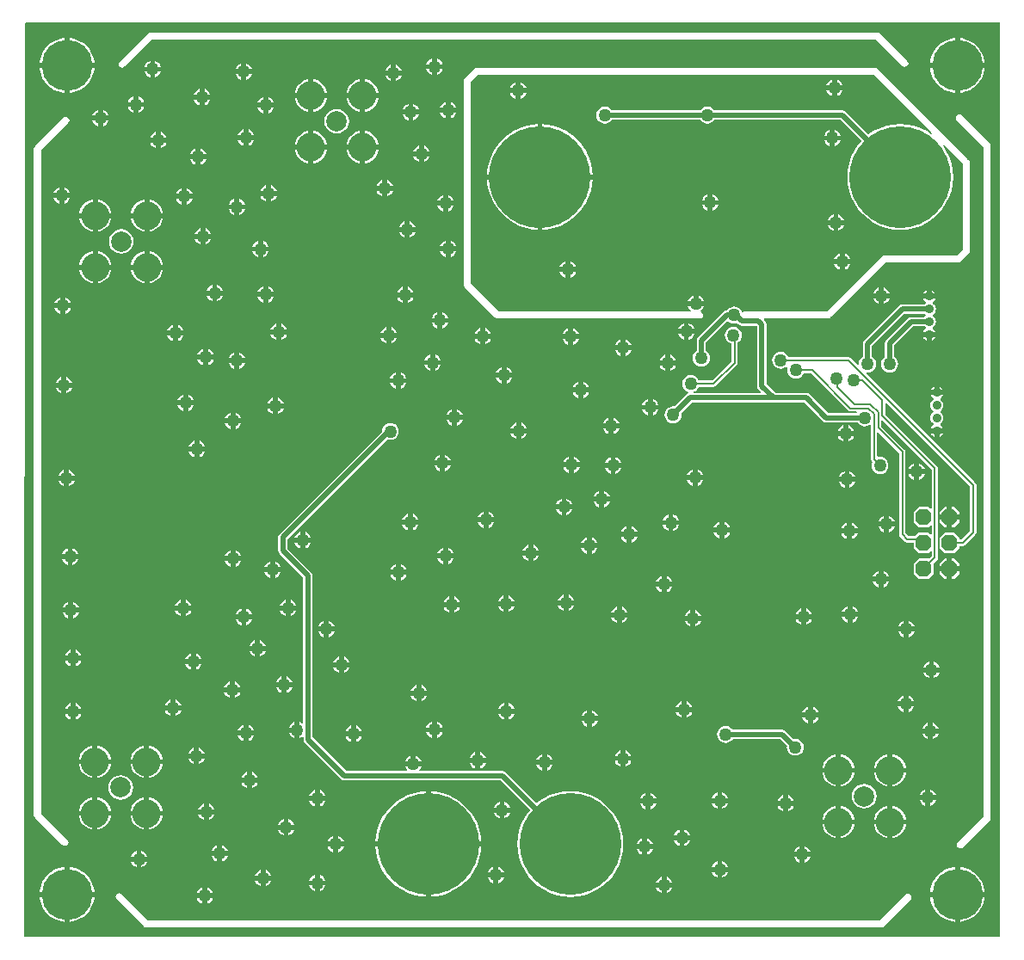
<source format=gbl>
%FSLAX25Y25*%
%MOIN*%
G70*
G01*
G75*
G04 Layer_Physical_Order=2*
G04 Layer_Color=13278208*
%ADD10C,0.11794*%
%ADD11O,0.00984X0.03150*%
%ADD12O,0.03150X0.00984*%
%ADD13R,0.12205X0.12205*%
%ADD14R,0.07874X0.07874*%
%ADD15O,0.00591X0.03189*%
%ADD16O,0.03189X0.00591*%
%ADD17R,0.07874X0.07874*%
G04:AMPARAMS|DCode=18|XSize=23.62mil|YSize=35.43mil|CornerRadius=5.91mil|HoleSize=0mil|Usage=FLASHONLY|Rotation=0.000|XOffset=0mil|YOffset=0mil|HoleType=Round|Shape=RoundedRectangle|*
%AMROUNDEDRECTD18*
21,1,0.02362,0.02362,0,0,0.0*
21,1,0.01181,0.03543,0,0,0.0*
1,1,0.01181,0.00591,-0.01181*
1,1,0.01181,-0.00591,-0.01181*
1,1,0.01181,-0.00591,0.01181*
1,1,0.01181,0.00591,0.01181*
%
%ADD18ROUNDEDRECTD18*%
G04:AMPARAMS|DCode=19|XSize=23.62mil|YSize=35.43mil|CornerRadius=5.91mil|HoleSize=0mil|Usage=FLASHONLY|Rotation=90.000|XOffset=0mil|YOffset=0mil|HoleType=Round|Shape=RoundedRectangle|*
%AMROUNDEDRECTD19*
21,1,0.02362,0.02362,0,0,90.0*
21,1,0.01181,0.03543,0,0,90.0*
1,1,0.01181,0.01181,0.00591*
1,1,0.01181,0.01181,-0.00591*
1,1,0.01181,-0.01181,-0.00591*
1,1,0.01181,-0.01181,0.00591*
%
%ADD19ROUNDEDRECTD19*%
%ADD20R,0.04016X0.02520*%
%ADD21R,0.06496X0.10000*%
%ADD22O,0.02362X0.09055*%
%ADD23R,0.02520X0.04016*%
%ADD24R,0.02362X0.02953*%
%ADD25C,0.00787*%
%ADD26C,0.01969*%
%ADD27C,0.11798*%
%ADD28C,0.00984*%
%ADD29C,0.06693*%
%ADD30C,0.05906*%
%ADD31C,0.39370*%
%ADD32C,0.11024*%
%ADD33C,0.07874*%
%ADD34C,0.03543*%
G04:AMPARAMS|DCode=35|XSize=62.01mil|YSize=62.01mil|CornerRadius=0mil|HoleSize=0mil|Usage=FLASHONLY|Rotation=0.000|XOffset=0mil|YOffset=0mil|HoleType=Round|Shape=Octagon|*
%AMOCTAGOND35*
4,1,8,0.03100,-0.01550,0.03100,0.01550,0.01550,0.03100,-0.01550,0.03100,-0.03100,0.01550,-0.03100,-0.01550,-0.01550,-0.03100,0.01550,-0.03100,0.03100,-0.01550,0.0*
%
%ADD35OCTAGOND35*%

%ADD36C,0.19685*%
%ADD37C,0.05000*%
G36*
X377953Y0D02*
X354D01*
X0Y354D01*
X197Y353839D01*
X689Y354331D01*
X377953D01*
Y0D01*
D02*
G37*
%LPC*%
G36*
X344784Y118405D02*
X342618D01*
Y116239D01*
X343292Y116518D01*
X343979Y117045D01*
X344505Y117732D01*
X344784Y118405D01*
D02*
G37*
G36*
X116043Y122540D02*
X115370Y122261D01*
X114683Y121734D01*
X114156Y121048D01*
X113877Y120374D01*
X116043D01*
Y122540D01*
D02*
G37*
G36*
X340650Y118405D02*
X338483D01*
X338762Y117732D01*
X339289Y117045D01*
X339976Y116518D01*
X340650Y116239D01*
Y118405D01*
D02*
G37*
G36*
X116043D02*
X113877D01*
X114156Y117732D01*
X114683Y117045D01*
X115370Y116518D01*
X116043Y116239D01*
Y118405D01*
D02*
G37*
G36*
X120178D02*
X118012D01*
Y116239D01*
X118685Y116518D01*
X119372Y117045D01*
X119899Y117732D01*
X120178Y118405D01*
D02*
G37*
G36*
X257972Y122638D02*
X255806D01*
X256085Y121964D01*
X256612Y121277D01*
X257299Y120750D01*
X257972Y120472D01*
Y122638D01*
D02*
G37*
G36*
X262107D02*
X259941D01*
Y120472D01*
X260615Y120750D01*
X261301Y121277D01*
X261828Y121964D01*
X262107Y122638D01*
D02*
G37*
G36*
X342618Y122540D02*
Y120374D01*
X344784D01*
X344505Y121048D01*
X343979Y121734D01*
X343292Y122261D01*
X342618Y122540D01*
D02*
G37*
G36*
X118012D02*
Y120374D01*
X120178D01*
X119899Y121048D01*
X119372Y121734D01*
X118685Y122261D01*
X118012Y122540D01*
D02*
G37*
G36*
X340650D02*
X339976Y122261D01*
X339289Y121734D01*
X338762Y121048D01*
X338483Y120374D01*
X340650D01*
Y122540D01*
D02*
G37*
G36*
X91240Y115060D02*
Y112894D01*
X93406D01*
X93127Y113567D01*
X92601Y114254D01*
X91914Y114781D01*
X91240Y115060D01*
D02*
G37*
G36*
X64468Y109942D02*
X63795Y109663D01*
X63108Y109136D01*
X62581Y108449D01*
X62302Y107776D01*
X64468D01*
Y109942D01*
D02*
G37*
G36*
X66437D02*
Y107776D01*
X68603D01*
X68324Y108449D01*
X67797Y109136D01*
X67111Y109663D01*
X66437Y109942D01*
D02*
G37*
G36*
X123819Y108761D02*
Y106595D01*
X125985D01*
X125706Y107268D01*
X125179Y107955D01*
X124493Y108482D01*
X123819Y108761D01*
D02*
G37*
G36*
X22048Y107185D02*
X19882D01*
Y105019D01*
X20556Y105298D01*
X21242Y105825D01*
X21769Y106511D01*
X22048Y107185D01*
D02*
G37*
G36*
X121850Y108761D02*
X121177Y108482D01*
X120490Y107955D01*
X119963Y107268D01*
X119684Y106595D01*
X121850D01*
Y108761D01*
D02*
G37*
G36*
X19882Y111320D02*
Y109153D01*
X22048D01*
X21769Y109827D01*
X21242Y110514D01*
X20556Y111041D01*
X19882Y111320D01*
D02*
G37*
G36*
X89272Y115060D02*
X88598Y114781D01*
X87911Y114254D01*
X87384Y113567D01*
X87105Y112894D01*
X89272D01*
Y115060D01*
D02*
G37*
G36*
X17913Y111320D02*
X17240Y111041D01*
X16553Y110514D01*
X16026Y109827D01*
X15747Y109153D01*
X17913D01*
Y111320D01*
D02*
G37*
G36*
X89272Y110925D02*
X87105D01*
X87384Y110252D01*
X87911Y109565D01*
X88598Y109038D01*
X89272Y108759D01*
Y110925D01*
D02*
G37*
G36*
X93406D02*
X91240D01*
Y108759D01*
X91914Y109038D01*
X92601Y109565D01*
X93127Y110252D01*
X93406Y110925D01*
D02*
G37*
G36*
X84055Y123130D02*
X81889D01*
X82168Y122456D01*
X82695Y121770D01*
X83381Y121243D01*
X84055Y120964D01*
Y123130D01*
D02*
G37*
G36*
X259941Y126773D02*
Y124606D01*
X262107D01*
X261828Y125280D01*
X261301Y125967D01*
X260615Y126494D01*
X259941Y126773D01*
D02*
G37*
G36*
X84055Y127265D02*
X83381Y126986D01*
X82695Y126459D01*
X82168Y125772D01*
X81889Y125098D01*
X84055D01*
Y127265D01*
D02*
G37*
G36*
X257972Y126773D02*
X257299Y126494D01*
X256612Y125967D01*
X256085Y125280D01*
X255806Y124606D01*
X257972D01*
Y126773D01*
D02*
G37*
G36*
X101083Y126575D02*
X98916D01*
X99195Y125901D01*
X99722Y125215D01*
X100409Y124688D01*
X101083Y124408D01*
Y126575D01*
D02*
G37*
G36*
X105218D02*
X103051D01*
Y124408D01*
X103725Y124688D01*
X104411Y125215D01*
X104938Y125901D01*
X105218Y126575D01*
D02*
G37*
G36*
X164567Y127953D02*
X162401D01*
X162680Y127279D01*
X163207Y126592D01*
X163893Y126066D01*
X164567Y125786D01*
Y127953D01*
D02*
G37*
G36*
X168702D02*
X166535D01*
Y125786D01*
X167209Y126066D01*
X167896Y126592D01*
X168423Y127279D01*
X168702Y127953D01*
D02*
G37*
G36*
X302854Y127363D02*
Y125197D01*
X305021D01*
X304742Y125871D01*
X304215Y126557D01*
X303528Y127084D01*
X302854Y127363D01*
D02*
G37*
G36*
X86024Y127265D02*
Y125098D01*
X88190D01*
X87911Y125772D01*
X87384Y126459D01*
X86697Y126986D01*
X86024Y127265D01*
D02*
G37*
G36*
X300886Y127363D02*
X300212Y127084D01*
X299525Y126557D01*
X298998Y125871D01*
X298720Y125197D01*
X300886D01*
Y127363D01*
D02*
G37*
G36*
X64666Y126575D02*
X62500D01*
Y124408D01*
X63174Y124688D01*
X63860Y125215D01*
X64387Y125901D01*
X64666Y126575D01*
D02*
G37*
G36*
X229429Y123917D02*
X227263D01*
X227542Y123244D01*
X228069Y122557D01*
X228755Y122030D01*
X229429Y121751D01*
Y123917D01*
D02*
G37*
G36*
X233564D02*
X231398D01*
Y121751D01*
X232071Y122030D01*
X232758Y122557D01*
X233285Y123244D01*
X233564Y123917D01*
D02*
G37*
G36*
X305021Y123228D02*
X302854D01*
Y121062D01*
X303528Y121341D01*
X304215Y121868D01*
X304742Y122555D01*
X305021Y123228D01*
D02*
G37*
G36*
X88190Y123130D02*
X86024D01*
Y120964D01*
X86697Y121243D01*
X87384Y121770D01*
X87911Y122456D01*
X88190Y123130D01*
D02*
G37*
G36*
X300886Y123228D02*
X298720D01*
X298998Y122555D01*
X299525Y121868D01*
X300212Y121341D01*
X300886Y121062D01*
Y123228D01*
D02*
G37*
G36*
X21162Y125689D02*
X18996D01*
Y123523D01*
X19670Y123802D01*
X20356Y124329D01*
X20883Y125015D01*
X21162Y125689D01*
D02*
G37*
G36*
X60532Y126575D02*
X58365D01*
X58644Y125901D01*
X59171Y125215D01*
X59858Y124688D01*
X60532Y124408D01*
Y126575D01*
D02*
G37*
G36*
X17028Y125689D02*
X14861D01*
X15140Y125015D01*
X15667Y124329D01*
X16354Y123802D01*
X17028Y123523D01*
Y125689D01*
D02*
G37*
G36*
X318799Y124114D02*
X316633D01*
X316912Y123441D01*
X317439Y122754D01*
X318126Y122227D01*
X318799Y121948D01*
Y124114D01*
D02*
G37*
G36*
X322934D02*
X320768D01*
Y121948D01*
X321441Y122227D01*
X322128Y122754D01*
X322655Y123441D01*
X322934Y124114D01*
D02*
G37*
G36*
X17913Y107185D02*
X15747D01*
X16026Y106511D01*
X16553Y105825D01*
X17240Y105298D01*
X17913Y105019D01*
Y107185D01*
D02*
G37*
G36*
X19882Y90651D02*
Y88484D01*
X22048D01*
X21769Y89158D01*
X21242Y89845D01*
X20556Y90372D01*
X19882Y90651D01*
D02*
G37*
G36*
X185728D02*
X185055Y90372D01*
X184368Y89845D01*
X183841Y89158D01*
X183562Y88484D01*
X185728D01*
Y90651D01*
D02*
G37*
G36*
X17913D02*
X17240Y90372D01*
X16553Y89845D01*
X16026Y89158D01*
X15747Y88484D01*
X17913D01*
Y90651D01*
D02*
G37*
G36*
X340453Y89468D02*
X338286D01*
X338565Y88795D01*
X339092Y88108D01*
X339779Y87581D01*
X340453Y87302D01*
Y89468D01*
D02*
G37*
G36*
X344588D02*
X342421D01*
Y87302D01*
X343095Y87581D01*
X343782Y88108D01*
X344309Y88795D01*
X344588Y89468D01*
D02*
G37*
G36*
X56595Y92028D02*
X55921Y91750D01*
X55234Y91223D01*
X54707Y90536D01*
X54428Y89862D01*
X56595D01*
Y92028D01*
D02*
G37*
G36*
X58563D02*
Y89862D01*
X60729D01*
X60450Y90536D01*
X59923Y91223D01*
X59237Y91750D01*
X58563Y92028D01*
D02*
G37*
G36*
X256496Y91438D02*
Y89272D01*
X258662D01*
X258383Y89945D01*
X257856Y90632D01*
X257170Y91159D01*
X256496Y91438D01*
D02*
G37*
G36*
X187697Y90651D02*
Y88484D01*
X189863D01*
X189584Y89158D01*
X189057Y89845D01*
X188371Y90372D01*
X187697Y90651D01*
D02*
G37*
G36*
X254528Y91438D02*
X253854Y91159D01*
X253167Y90632D01*
X252640Y89945D01*
X252361Y89272D01*
X254528D01*
Y91438D01*
D02*
G37*
G36*
X305512Y89273D02*
Y87106D01*
X307678D01*
X307399Y87780D01*
X306872Y88467D01*
X306185Y88994D01*
X305512Y89273D01*
D02*
G37*
G36*
X254528Y87303D02*
X252361D01*
X252640Y86629D01*
X253167Y85943D01*
X253854Y85416D01*
X254528Y85137D01*
Y87303D01*
D02*
G37*
G36*
X258662D02*
X256496D01*
Y85137D01*
X257170Y85416D01*
X257856Y85943D01*
X258383Y86629D01*
X258662Y87303D01*
D02*
G37*
G36*
X189863Y86516D02*
X187697D01*
Y84349D01*
X188371Y84628D01*
X189057Y85155D01*
X189584Y85842D01*
X189863Y86516D01*
D02*
G37*
G36*
X22048D02*
X19882D01*
Y84349D01*
X20556Y84628D01*
X21242Y85155D01*
X21769Y85842D01*
X22048Y86516D01*
D02*
G37*
G36*
X185728D02*
X183562D01*
X183841Y85842D01*
X184368Y85155D01*
X185055Y84628D01*
X185728Y84349D01*
Y86516D01*
D02*
G37*
G36*
X219980Y87895D02*
Y85728D01*
X222147D01*
X221868Y86402D01*
X221341Y87089D01*
X220654Y87616D01*
X219980Y87895D01*
D02*
G37*
G36*
X303543Y89273D02*
X302870Y88994D01*
X302183Y88467D01*
X301656Y87780D01*
X301377Y87106D01*
X303543D01*
Y89273D01*
D02*
G37*
G36*
X218012Y87895D02*
X217338Y87616D01*
X216652Y87089D01*
X216125Y86402D01*
X215845Y85728D01*
X218012D01*
Y87895D01*
D02*
G37*
G36*
X56595Y87894D02*
X54428D01*
X54707Y87220D01*
X55234Y86533D01*
X55921Y86006D01*
X56595Y85727D01*
Y87894D01*
D02*
G37*
G36*
X60729D02*
X58563D01*
Y85727D01*
X59237Y86006D01*
X59923Y86533D01*
X60450Y87220D01*
X60729Y87894D01*
D02*
G37*
G36*
X151772Y93602D02*
X149605D01*
X149884Y92929D01*
X150411Y92242D01*
X151098Y91715D01*
X151772Y91436D01*
Y93602D01*
D02*
G37*
G36*
X354528Y102559D02*
X352362D01*
Y100393D01*
X353036Y100672D01*
X353723Y101199D01*
X354250Y101885D01*
X354528Y102559D01*
D02*
G37*
G36*
X121850Y104626D02*
X119684D01*
X119963Y103952D01*
X120490Y103266D01*
X121177Y102739D01*
X121850Y102460D01*
Y104626D01*
D02*
G37*
G36*
X350394Y102559D02*
X348227D01*
X348506Y101885D01*
X349033Y101199D01*
X349720Y100672D01*
X350394Y100393D01*
Y102559D01*
D02*
G37*
G36*
X99705Y100985D02*
X99031Y100706D01*
X98344Y100179D01*
X97817Y99493D01*
X97538Y98819D01*
X99705D01*
Y100985D01*
D02*
G37*
G36*
X101673D02*
Y98819D01*
X103840D01*
X103560Y99493D01*
X103034Y100179D01*
X102347Y100706D01*
X101673Y100985D01*
D02*
G37*
G36*
X350394Y106694D02*
X349720Y106415D01*
X349033Y105888D01*
X348506Y105201D01*
X348227Y104528D01*
X350394D01*
Y106694D01*
D02*
G37*
G36*
X352362D02*
Y104528D01*
X354528D01*
X354250Y105201D01*
X353723Y105888D01*
X353036Y106415D01*
X352362Y106694D01*
D02*
G37*
G36*
X68603Y105807D02*
X66437D01*
Y103641D01*
X67111Y103920D01*
X67797Y104447D01*
X68324Y105133D01*
X68603Y105807D01*
D02*
G37*
G36*
X125985Y104626D02*
X123819D01*
Y102460D01*
X124493Y102739D01*
X125179Y103266D01*
X125706Y103952D01*
X125985Y104626D01*
D02*
G37*
G36*
X64468Y105807D02*
X62302D01*
X62581Y105133D01*
X63108Y104447D01*
X63795Y103920D01*
X64468Y103641D01*
Y105807D01*
D02*
G37*
G36*
X81496Y99017D02*
Y96850D01*
X83662D01*
X83383Y97524D01*
X82856Y98211D01*
X82170Y98738D01*
X81496Y99017D01*
D02*
G37*
G36*
X79528Y94882D02*
X77361D01*
X77640Y94208D01*
X78167Y93521D01*
X78854Y92995D01*
X79528Y92716D01*
Y94882D01*
D02*
G37*
G36*
X83662D02*
X81496D01*
Y92716D01*
X82170Y92995D01*
X82856Y93521D01*
X83383Y94208D01*
X83662Y94882D01*
D02*
G37*
G36*
X342421Y93603D02*
Y91437D01*
X344588D01*
X344309Y92111D01*
X343782Y92797D01*
X343095Y93324D01*
X342421Y93603D01*
D02*
G37*
G36*
X155906Y93602D02*
X153740D01*
Y91436D01*
X154414Y91715D01*
X155101Y92242D01*
X155627Y92929D01*
X155906Y93602D01*
D02*
G37*
G36*
X340453Y93603D02*
X339779Y93324D01*
X339092Y92797D01*
X338565Y92111D01*
X338286Y91437D01*
X340453D01*
Y93603D01*
D02*
G37*
G36*
X153740Y97737D02*
Y95571D01*
X155906D01*
X155627Y96245D01*
X155101Y96931D01*
X154414Y97458D01*
X153740Y97737D01*
D02*
G37*
G36*
X79528Y99017D02*
X78854Y98738D01*
X78167Y98211D01*
X77640Y97524D01*
X77361Y96850D01*
X79528D01*
Y99017D01*
D02*
G37*
G36*
X151772Y97737D02*
X151098Y97458D01*
X150411Y96931D01*
X149884Y96245D01*
X149605Y95571D01*
X151772D01*
Y97737D01*
D02*
G37*
G36*
X99705Y96850D02*
X97538D01*
X97817Y96177D01*
X98344Y95490D01*
X99031Y94963D01*
X99705Y94684D01*
Y96850D01*
D02*
G37*
G36*
X103840D02*
X101673D01*
Y94684D01*
X102347Y94963D01*
X103034Y95490D01*
X103560Y96177D01*
X103840Y96850D01*
D02*
G37*
G36*
X106791Y152854D02*
X104625D01*
X104904Y152181D01*
X105431Y151494D01*
X106118Y150967D01*
X106791Y150688D01*
Y152854D01*
D02*
G37*
G36*
X110926D02*
X108760D01*
Y150688D01*
X109433Y150967D01*
X110120Y151494D01*
X110647Y152181D01*
X110926Y152854D01*
D02*
G37*
G36*
X197146Y152068D02*
Y149902D01*
X199312D01*
X199033Y150575D01*
X198506Y151262D01*
X197819Y151789D01*
X197146Y152068D01*
D02*
G37*
G36*
X164075Y150887D02*
Y148721D01*
X166241D01*
X165962Y149394D01*
X165435Y150081D01*
X164748Y150608D01*
X164075Y150887D01*
D02*
G37*
G36*
X195177Y152068D02*
X194503Y151789D01*
X193817Y151262D01*
X193290Y150575D01*
X193011Y149902D01*
X195177D01*
Y152068D01*
D02*
G37*
G36*
X237403Y155118D02*
X235236D01*
Y152952D01*
X235910Y153231D01*
X236597Y153758D01*
X237123Y154445D01*
X237403Y155118D01*
D02*
G37*
G36*
X318602Y156496D02*
X316436D01*
X316715Y155822D01*
X317242Y155136D01*
X317929Y154609D01*
X318602Y154330D01*
Y156496D01*
D02*
G37*
G36*
X233268Y155118D02*
X231101D01*
X231380Y154445D01*
X231907Y153758D01*
X232594Y153231D01*
X233268Y152952D01*
Y155118D01*
D02*
G37*
G36*
X217815Y154922D02*
X217141Y154643D01*
X216455Y154116D01*
X215928Y153429D01*
X215649Y152756D01*
X217815D01*
Y154922D01*
D02*
G37*
G36*
X219783D02*
Y152756D01*
X221950D01*
X221671Y153429D01*
X221144Y154116D01*
X220457Y154643D01*
X219783Y154922D01*
D02*
G37*
G36*
X162106Y150887D02*
X161433Y150608D01*
X160746Y150081D01*
X160219Y149394D01*
X159940Y148721D01*
X162106D01*
Y150887D01*
D02*
G37*
G36*
X199312Y147933D02*
X197146D01*
Y145767D01*
X197819Y146046D01*
X198506Y146573D01*
X199033Y147259D01*
X199312Y147933D01*
D02*
G37*
G36*
X79823Y149902D02*
X79149Y149624D01*
X78462Y149097D01*
X77936Y148410D01*
X77657Y147736D01*
X79823D01*
Y149902D01*
D02*
G37*
G36*
X195177Y147933D02*
X193011D01*
X193290Y147259D01*
X193817Y146573D01*
X194503Y146046D01*
X195177Y145767D01*
Y147933D01*
D02*
G37*
G36*
X162106Y146752D02*
X159940D01*
X160219Y146078D01*
X160746Y145392D01*
X161433Y144865D01*
X162106Y144586D01*
Y146752D01*
D02*
G37*
G36*
X166241D02*
X164075D01*
Y144586D01*
X164748Y144865D01*
X165435Y145392D01*
X165962Y146078D01*
X166241Y146752D01*
D02*
G37*
G36*
X217815Y150787D02*
X215649D01*
X215928Y150114D01*
X216455Y149427D01*
X217141Y148900D01*
X217815Y148621D01*
Y150787D01*
D02*
G37*
G36*
X221950D02*
X219783D01*
Y148621D01*
X220457Y148900D01*
X221144Y149427D01*
X221671Y150114D01*
X221950Y150787D01*
D02*
G37*
G36*
X18701Y150592D02*
Y148425D01*
X20867D01*
X20588Y149099D01*
X20061Y149785D01*
X19374Y150312D01*
X18701Y150592D01*
D02*
G37*
G36*
X81791Y149902D02*
Y147736D01*
X83958D01*
X83679Y148410D01*
X83152Y149097D01*
X82465Y149624D01*
X81791Y149902D01*
D02*
G37*
G36*
X16732Y150592D02*
X16059Y150312D01*
X15372Y149785D01*
X14845Y149099D01*
X14566Y148425D01*
X16732D01*
Y150592D01*
D02*
G37*
G36*
X322737Y156496D02*
X320571D01*
Y154330D01*
X321245Y154609D01*
X321931Y155136D01*
X322458Y155822D01*
X322737Y156496D01*
D02*
G37*
G36*
X177756Y160728D02*
X175590D01*
X175869Y160055D01*
X176396Y159368D01*
X177082Y158841D01*
X177756Y158562D01*
Y160728D01*
D02*
G37*
G36*
X181891D02*
X179724D01*
Y158562D01*
X180398Y158841D01*
X181085Y159368D01*
X181612Y160055D01*
X181891Y160728D01*
D02*
G37*
G36*
X320571Y160631D02*
Y158465D01*
X322737D01*
X322458Y159138D01*
X321931Y159825D01*
X321245Y160352D01*
X320571Y160631D01*
D02*
G37*
G36*
X152658Y159843D02*
X150492D01*
Y157676D01*
X151166Y157955D01*
X151853Y158482D01*
X152379Y159169D01*
X152658Y159843D01*
D02*
G37*
G36*
X318602Y160631D02*
X317929Y160352D01*
X317242Y159825D01*
X316715Y159138D01*
X316436Y158465D01*
X318602D01*
Y160631D01*
D02*
G37*
G36*
X362215Y161811D02*
X359311D01*
Y158907D01*
X360271D01*
X362215Y160851D01*
Y161811D01*
D02*
G37*
G36*
X332972Y163190D02*
X332299Y162911D01*
X331612Y162384D01*
X331085Y161697D01*
X330806Y161024D01*
X332972D01*
Y163190D01*
D02*
G37*
G36*
X357343Y161811D02*
X354439D01*
Y160851D01*
X356383Y158907D01*
X357343D01*
Y161811D01*
D02*
G37*
G36*
X269193Y160926D02*
X268519Y160647D01*
X267833Y160120D01*
X267306Y159433D01*
X267027Y158760D01*
X269193D01*
Y160926D01*
D02*
G37*
G36*
X271161D02*
Y158760D01*
X273328D01*
X273049Y159433D01*
X272522Y160120D01*
X271835Y160647D01*
X271161Y160926D01*
D02*
G37*
G36*
X148524Y159843D02*
X146357D01*
X146636Y159169D01*
X147163Y158482D01*
X147850Y157955D01*
X148524Y157676D01*
Y159843D01*
D02*
G37*
G36*
X108760Y156989D02*
Y154823D01*
X110926D01*
X110647Y155497D01*
X110120Y156183D01*
X109433Y156710D01*
X108760Y156989D01*
D02*
G37*
G36*
X332972Y159055D02*
X330806D01*
X331085Y158381D01*
X331612Y157695D01*
X332299Y157168D01*
X332972Y156889D01*
Y159055D01*
D02*
G37*
G36*
X106791Y156989D02*
X106118Y156710D01*
X105431Y156183D01*
X104904Y155497D01*
X104625Y154823D01*
X106791D01*
Y156989D01*
D02*
G37*
G36*
X269193Y156791D02*
X267027D01*
X267306Y156118D01*
X267833Y155431D01*
X268519Y154904D01*
X269193Y154625D01*
Y156791D01*
D02*
G37*
G36*
X273328D02*
X271161D01*
Y154625D01*
X271835Y154904D01*
X272522Y155431D01*
X273049Y156118D01*
X273328Y156791D01*
D02*
G37*
G36*
X249410Y159646D02*
X247243D01*
X247522Y158972D01*
X248049Y158285D01*
X248736Y157758D01*
X249410Y157479D01*
Y159646D01*
D02*
G37*
G36*
X253544D02*
X251378D01*
Y157479D01*
X252052Y157758D01*
X252738Y158285D01*
X253265Y158972D01*
X253544Y159646D01*
D02*
G37*
G36*
X235236Y159253D02*
Y157087D01*
X237403D01*
X237123Y157760D01*
X236597Y158447D01*
X235910Y158974D01*
X235236Y159253D01*
D02*
G37*
G36*
X337107Y159055D02*
X334941D01*
Y156889D01*
X335615Y157168D01*
X336301Y157695D01*
X336828Y158381D01*
X337107Y159055D01*
D02*
G37*
G36*
X233268Y159253D02*
X232594Y158974D01*
X231907Y158447D01*
X231380Y157760D01*
X231101Y157087D01*
X233268D01*
Y159253D01*
D02*
G37*
G36*
X20867Y146457D02*
X18701D01*
Y144290D01*
X19374Y144569D01*
X20061Y145096D01*
X20588Y145783D01*
X20867Y146457D01*
D02*
G37*
G36*
X164567Y132088D02*
X163893Y131808D01*
X163207Y131282D01*
X162680Y130595D01*
X162401Y129921D01*
X164567D01*
Y132088D01*
D02*
G37*
G36*
X166535D02*
Y129921D01*
X168702D01*
X168423Y130595D01*
X167896Y131282D01*
X167209Y131808D01*
X166535Y132088D01*
D02*
G37*
G36*
X103051Y130710D02*
Y128543D01*
X105218D01*
X104938Y129217D01*
X104411Y129904D01*
X103725Y130431D01*
X103051Y130710D01*
D02*
G37*
G36*
X62500D02*
Y128543D01*
X64666D01*
X64387Y129217D01*
X63860Y129904D01*
X63174Y130431D01*
X62500Y130710D01*
D02*
G37*
G36*
X101083D02*
X100409Y130431D01*
X99722Y129904D01*
X99195Y129217D01*
X98916Y128543D01*
X101083D01*
Y130710D01*
D02*
G37*
G36*
X210728Y132678D02*
Y130512D01*
X212895D01*
X212616Y131185D01*
X212089Y131872D01*
X211402Y132399D01*
X210728Y132678D01*
D02*
G37*
G36*
X246850Y135827D02*
X244684D01*
X244963Y135153D01*
X245490Y134466D01*
X246177Y133940D01*
X246850Y133660D01*
Y135827D01*
D02*
G37*
G36*
X208760Y132678D02*
X208086Y132399D01*
X207400Y131872D01*
X206873Y131185D01*
X206593Y130512D01*
X208760D01*
Y132678D01*
D02*
G37*
G36*
X185630Y132383D02*
X184956Y132104D01*
X184270Y131577D01*
X183743Y130890D01*
X183464Y130217D01*
X185630D01*
Y132383D01*
D02*
G37*
G36*
X187598D02*
Y130217D01*
X189765D01*
X189486Y130890D01*
X188959Y131577D01*
X188272Y132104D01*
X187598Y132383D01*
D02*
G37*
G36*
X60532Y130710D02*
X59858Y130431D01*
X59171Y129904D01*
X58644Y129217D01*
X58365Y128543D01*
X60532D01*
Y130710D01*
D02*
G37*
G36*
X189765Y128248D02*
X187598D01*
Y126082D01*
X188272Y126361D01*
X188959Y126888D01*
X189486Y127574D01*
X189765Y128248D01*
D02*
G37*
G36*
X318799Y128249D02*
X318126Y127970D01*
X317439Y127443D01*
X316912Y126756D01*
X316633Y126083D01*
X318799D01*
Y128249D01*
D02*
G37*
G36*
X185630Y128248D02*
X183464D01*
X183743Y127574D01*
X184270Y126888D01*
X184956Y126361D01*
X185630Y126082D01*
Y128248D01*
D02*
G37*
G36*
X229429Y128052D02*
X228755Y127773D01*
X228069Y127246D01*
X227542Y126559D01*
X227263Y125886D01*
X229429D01*
Y128052D01*
D02*
G37*
G36*
X231398D02*
Y125886D01*
X233564D01*
X233285Y126559D01*
X232758Y127246D01*
X232071Y127773D01*
X231398Y128052D01*
D02*
G37*
G36*
X17028Y129824D02*
X16354Y129545D01*
X15667Y129018D01*
X15140Y128331D01*
X14861Y127657D01*
X17028D01*
Y129824D01*
D02*
G37*
G36*
X18996D02*
Y127657D01*
X21162D01*
X20883Y128331D01*
X20356Y129018D01*
X19670Y129545D01*
X18996Y129824D01*
D02*
G37*
G36*
X212895Y128543D02*
X210728D01*
Y126377D01*
X211402Y126656D01*
X212089Y127183D01*
X212616Y127870D01*
X212895Y128543D01*
D02*
G37*
G36*
X320768Y128249D02*
Y126083D01*
X322934D01*
X322655Y126756D01*
X322128Y127443D01*
X321441Y127970D01*
X320768Y128249D01*
D02*
G37*
G36*
X208760Y128543D02*
X206593D01*
X206873Y127870D01*
X207400Y127183D01*
X208086Y126656D01*
X208760Y126377D01*
Y128543D01*
D02*
G37*
G36*
X250985Y135827D02*
X248819D01*
Y133660D01*
X249493Y133940D01*
X250179Y134466D01*
X250706Y135153D01*
X250985Y135827D01*
D02*
G37*
G36*
X95177Y145572D02*
X94503Y145293D01*
X93817Y144766D01*
X93290Y144079D01*
X93011Y143405D01*
X95177D01*
Y145572D01*
D02*
G37*
G36*
X97146D02*
Y143405D01*
X99312D01*
X99033Y144079D01*
X98506Y144766D01*
X97819Y145293D01*
X97146Y145572D01*
D02*
G37*
G36*
X145866Y144489D02*
Y142323D01*
X148032D01*
X147753Y142997D01*
X147227Y143683D01*
X146540Y144210D01*
X145866Y144489D01*
D02*
G37*
G36*
X332776Y141832D02*
Y139665D01*
X334942D01*
X334663Y140339D01*
X334136Y141026D01*
X333449Y141553D01*
X332776Y141832D01*
D02*
G37*
G36*
X143898Y144489D02*
X143224Y144210D01*
X142537Y143683D01*
X142010Y142997D01*
X141731Y142323D01*
X143898D01*
Y144489D01*
D02*
G37*
G36*
X360271Y146683D02*
X359311D01*
Y143780D01*
X362215D01*
Y144739D01*
X360271Y146683D01*
D02*
G37*
G36*
X16732Y146457D02*
X14566D01*
X14845Y145783D01*
X15372Y145096D01*
X16059Y144569D01*
X16732Y144290D01*
Y146457D01*
D02*
G37*
G36*
X357343Y146683D02*
X356383D01*
X354439Y144739D01*
Y143780D01*
X357343D01*
Y146683D01*
D02*
G37*
G36*
X79823Y145768D02*
X77657D01*
X77936Y145094D01*
X78462Y144407D01*
X79149Y143880D01*
X79823Y143601D01*
Y145768D01*
D02*
G37*
G36*
X83958D02*
X81791D01*
Y143601D01*
X82465Y143880D01*
X83152Y144407D01*
X83679Y145094D01*
X83958Y145768D01*
D02*
G37*
G36*
X330807Y141832D02*
X330134Y141553D01*
X329447Y141026D01*
X328920Y140339D01*
X328641Y139665D01*
X330807D01*
Y141832D01*
D02*
G37*
G36*
X248819Y139962D02*
Y137795D01*
X250985D01*
X250706Y138469D01*
X250179Y139156D01*
X249493Y139683D01*
X248819Y139962D01*
D02*
G37*
G36*
X143898Y140354D02*
X141731D01*
X142010Y139681D01*
X142537Y138994D01*
X143224Y138467D01*
X143898Y138188D01*
Y140354D01*
D02*
G37*
G36*
X246850Y139962D02*
X246177Y139683D01*
X245490Y139156D01*
X244963Y138469D01*
X244684Y137795D01*
X246850D01*
Y139962D01*
D02*
G37*
G36*
X330807Y137697D02*
X328641D01*
X328920Y137023D01*
X329447Y136337D01*
X330134Y135810D01*
X330807Y135530D01*
Y137697D01*
D02*
G37*
G36*
X334942D02*
X332776D01*
Y135530D01*
X333449Y135810D01*
X334136Y136337D01*
X334663Y137023D01*
X334942Y137697D01*
D02*
G37*
G36*
X95177Y141437D02*
X93011D01*
X93290Y140763D01*
X93817Y140077D01*
X94503Y139550D01*
X95177Y139271D01*
Y141437D01*
D02*
G37*
G36*
X99312D02*
X97146D01*
Y139271D01*
X97819Y139550D01*
X98506Y140077D01*
X99033Y140763D01*
X99312Y141437D01*
D02*
G37*
G36*
X362215Y141811D02*
X359311D01*
Y138908D01*
X360271D01*
X362215Y140851D01*
Y141811D01*
D02*
G37*
G36*
X148032Y140354D02*
X145866D01*
Y138188D01*
X146540Y138467D01*
X147227Y138994D01*
X147753Y139681D01*
X148032Y140354D01*
D02*
G37*
G36*
X357343Y141811D02*
X354439D01*
Y140851D01*
X356383Y138908D01*
X357343D01*
Y141811D01*
D02*
G37*
G36*
X17913Y86516D02*
X15747D01*
X16026Y85842D01*
X16553Y85155D01*
X17240Y84628D01*
X17913Y84349D01*
Y86516D01*
D02*
G37*
G36*
X121555Y39174D02*
Y37008D01*
X123721D01*
X123442Y37681D01*
X122915Y38368D01*
X122229Y38895D01*
X121555Y39174D01*
D02*
G37*
G36*
X155463Y56574D02*
X153769Y56463D01*
X151137Y55939D01*
X148596Y55077D01*
X146189Y53890D01*
X143957Y52399D01*
X141940Y50629D01*
X140170Y48612D01*
X138679Y46380D01*
X137492Y43973D01*
X136630Y41432D01*
X136106Y38800D01*
X135995Y37106D01*
X155463D01*
Y56574D01*
D02*
G37*
G36*
X119587Y39174D02*
X118913Y38895D01*
X118226Y38368D01*
X117699Y37681D01*
X117420Y37008D01*
X119587D01*
Y39174D01*
D02*
G37*
G36*
X239370Y38288D02*
X238696Y38009D01*
X238010Y37482D01*
X237483Y36796D01*
X237204Y36122D01*
X239370D01*
Y38288D01*
D02*
G37*
G36*
X241339D02*
Y36122D01*
X243505D01*
X243226Y36796D01*
X242699Y37482D01*
X242012Y38009D01*
X241339Y38288D01*
D02*
G37*
G36*
X334311Y43642D02*
X329063D01*
X329087Y43391D01*
X329447Y42204D01*
X330032Y41109D01*
X330820Y40150D01*
X331779Y39363D01*
X332873Y38778D01*
X334060Y38418D01*
X334311Y38393D01*
Y43642D01*
D02*
G37*
G36*
X341528D02*
X336280D01*
Y38393D01*
X336530Y38418D01*
X337718Y38778D01*
X338812Y39363D01*
X339771Y40150D01*
X340558Y41109D01*
X341143Y42204D01*
X341503Y43391D01*
X341528Y43642D01*
D02*
G37*
G36*
X321528D02*
X316280D01*
Y38393D01*
X316530Y38418D01*
X317718Y38778D01*
X318812Y39363D01*
X319771Y40150D01*
X320558Y41109D01*
X321143Y42204D01*
X321503Y43391D01*
X321528Y43642D01*
D02*
G37*
G36*
X157431Y56574D02*
Y37106D01*
X176899D01*
X176788Y38800D01*
X176264Y41432D01*
X175401Y43973D01*
X174215Y46380D01*
X172724Y48612D01*
X170954Y50629D01*
X168936Y52399D01*
X166705Y53890D01*
X164298Y55077D01*
X161757Y55939D01*
X159125Y56463D01*
X157431Y56574D01*
D02*
G37*
G36*
X314311Y43642D02*
X309063D01*
X309087Y43391D01*
X309447Y42204D01*
X310032Y41109D01*
X310820Y40150D01*
X311779Y39363D01*
X312873Y38778D01*
X314060Y38418D01*
X314311Y38393D01*
Y43642D01*
D02*
G37*
G36*
X257875Y37500D02*
X255709D01*
Y35334D01*
X256382Y35613D01*
X257069Y36140D01*
X257596Y36826D01*
X257875Y37500D01*
D02*
G37*
G36*
X300295Y35237D02*
X299622Y34958D01*
X298935Y34431D01*
X298408Y33744D01*
X298129Y33071D01*
X300295D01*
Y35237D01*
D02*
G37*
G36*
X302264D02*
Y33071D01*
X304430D01*
X304151Y33744D01*
X303624Y34431D01*
X302937Y34958D01*
X302264Y35237D01*
D02*
G37*
G36*
X123721Y35039D02*
X121555D01*
Y32873D01*
X122229Y33152D01*
X122915Y33679D01*
X123442Y34366D01*
X123721Y35039D01*
D02*
G37*
G36*
X243505Y34154D02*
X241339D01*
Y31987D01*
X242012Y32266D01*
X242699Y32793D01*
X243226Y33480D01*
X243505Y34154D01*
D02*
G37*
G36*
X119587Y35039D02*
X117420D01*
X117699Y34366D01*
X118226Y33679D01*
X118913Y33152D01*
X119587Y32873D01*
Y35039D01*
D02*
G37*
G36*
X16019Y317916D02*
X15481Y317809D01*
X15025Y317504D01*
X4125Y306604D01*
X3820Y306148D01*
X3713Y305610D01*
Y47244D01*
X3820Y46707D01*
X4125Y46251D01*
X14656Y35719D01*
X15112Y35415D01*
X15650Y35308D01*
X16187Y35415D01*
X16643Y35719D01*
X16948Y36175D01*
X17055Y36713D01*
X16948Y37250D01*
X16643Y37706D01*
X6523Y47826D01*
Y305028D01*
X17012Y315517D01*
X17317Y315973D01*
X17424Y316511D01*
X17317Y317049D01*
X17012Y317504D01*
X16556Y317809D01*
X16019Y317916D01*
D02*
G37*
G36*
X253740Y37500D02*
X251574D01*
X251853Y36826D01*
X252380Y36140D01*
X253066Y35613D01*
X253740Y35334D01*
Y37500D01*
D02*
G37*
G36*
X362229Y318802D02*
X361692Y318695D01*
X361236Y318390D01*
X360931Y317934D01*
X360824Y317397D01*
X360931Y316859D01*
X361236Y316403D01*
X371430Y306209D01*
Y46645D01*
X361605Y36820D01*
X361300Y36364D01*
X361193Y35827D01*
X361300Y35289D01*
X361605Y34833D01*
X362061Y34529D01*
X362598Y34422D01*
X363136Y34529D01*
X363592Y34833D01*
X373828Y45070D01*
X374133Y45525D01*
X374240Y46063D01*
Y306791D01*
X374133Y307329D01*
X373828Y307785D01*
X363223Y318390D01*
X362767Y318695D01*
X362229Y318802D01*
D02*
G37*
G36*
X74705Y35631D02*
X74031Y35352D01*
X73344Y34825D01*
X72817Y34138D01*
X72538Y33465D01*
X74705D01*
Y35631D01*
D02*
G37*
G36*
X76673D02*
Y33465D01*
X78839D01*
X78561Y34138D01*
X78034Y34825D01*
X77347Y35352D01*
X76673Y35631D01*
D02*
G37*
G36*
X100394Y41535D02*
X98227D01*
X98506Y40862D01*
X99033Y40175D01*
X99720Y39648D01*
X100394Y39369D01*
Y41535D01*
D02*
G37*
G36*
X336280Y50859D02*
Y45610D01*
X341528D01*
X341503Y45861D01*
X341143Y47048D01*
X340558Y48143D01*
X339771Y49102D01*
X338812Y49889D01*
X337718Y50474D01*
X336530Y50834D01*
X336280Y50859D01*
D02*
G37*
G36*
X184055Y48228D02*
X181889D01*
X182168Y47555D01*
X182695Y46868D01*
X183381Y46341D01*
X184055Y46062D01*
Y48228D01*
D02*
G37*
G36*
X334311Y50859D02*
X334060Y50834D01*
X332873Y50474D01*
X331779Y49889D01*
X330820Y49102D01*
X330032Y48143D01*
X329447Y47048D01*
X329087Y45861D01*
X329063Y45610D01*
X334311D01*
Y50859D01*
D02*
G37*
G36*
X314311D02*
X314060Y50834D01*
X312873Y50474D01*
X311779Y49889D01*
X310820Y49102D01*
X310032Y48143D01*
X309447Y47048D01*
X309087Y45861D01*
X309063Y45610D01*
X314311D01*
Y50859D01*
D02*
G37*
G36*
X316280D02*
Y45610D01*
X321528D01*
X321503Y45861D01*
X321143Y47048D01*
X320558Y48143D01*
X319771Y49102D01*
X318812Y49889D01*
X317718Y50474D01*
X316530Y50834D01*
X316280Y50859D01*
D02*
G37*
G36*
X26319Y54205D02*
X26068Y54181D01*
X24881Y53820D01*
X23787Y53235D01*
X22827Y52448D01*
X22040Y51489D01*
X21455Y50395D01*
X21095Y49207D01*
X21070Y48957D01*
X26319D01*
Y54205D01*
D02*
G37*
G36*
X28287D02*
Y48957D01*
X33536D01*
X33511Y49207D01*
X33151Y50395D01*
X32566Y51489D01*
X31779Y52448D01*
X30820Y53235D01*
X29725Y53820D01*
X28538Y54181D01*
X28287Y54205D01*
D02*
G37*
G36*
X298032Y50886D02*
X295866D01*
Y48719D01*
X296540Y48998D01*
X297227Y49525D01*
X297753Y50212D01*
X298032Y50886D01*
D02*
G37*
G36*
X188190Y48228D02*
X186024D01*
Y46062D01*
X186697Y46341D01*
X187384Y46868D01*
X187911Y47555D01*
X188190Y48228D01*
D02*
G37*
G36*
X293898Y50886D02*
X291731D01*
X292010Y50212D01*
X292537Y49525D01*
X293224Y48998D01*
X293898Y48719D01*
Y50886D01*
D02*
G37*
G36*
X73623Y47638D02*
X71457D01*
Y45472D01*
X72130Y45750D01*
X72817Y46277D01*
X73344Y46964D01*
X73623Y47638D01*
D02*
G37*
G36*
X26319Y46988D02*
X21070D01*
X21095Y46738D01*
X21455Y45550D01*
X22040Y44456D01*
X22827Y43497D01*
X23787Y42709D01*
X24881Y42125D01*
X26068Y41764D01*
X26319Y41740D01*
Y46988D01*
D02*
G37*
G36*
X33536D02*
X28287D01*
Y41740D01*
X28538Y41764D01*
X29725Y42125D01*
X30820Y42709D01*
X31779Y43497D01*
X32566Y44456D01*
X33151Y45550D01*
X33511Y46738D01*
X33536Y46988D01*
D02*
G37*
G36*
X255709Y41635D02*
Y39469D01*
X257875D01*
X257596Y40142D01*
X257069Y40829D01*
X256382Y41356D01*
X255709Y41635D01*
D02*
G37*
G36*
X104528Y41535D02*
X102362D01*
Y39369D01*
X103036Y39648D01*
X103723Y40175D01*
X104250Y40862D01*
X104528Y41535D01*
D02*
G37*
G36*
X253740Y41635D02*
X253066Y41356D01*
X252380Y40829D01*
X251853Y40142D01*
X251574Y39469D01*
X253740D01*
Y41635D01*
D02*
G37*
G36*
X102362Y45670D02*
Y43504D01*
X104528D01*
X104250Y44178D01*
X103723Y44864D01*
X103036Y45391D01*
X102362Y45670D01*
D02*
G37*
G36*
X69488Y47638D02*
X67322D01*
X67601Y46964D01*
X68128Y46277D01*
X68815Y45750D01*
X69488Y45472D01*
Y47638D01*
D02*
G37*
G36*
X100394Y45670D02*
X99720Y45391D01*
X99033Y44864D01*
X98506Y44178D01*
X98227Y43504D01*
X100394D01*
Y45670D01*
D02*
G37*
G36*
X46319Y46988D02*
X41070D01*
X41095Y46738D01*
X41455Y45550D01*
X42040Y44456D01*
X42827Y43497D01*
X43786Y42709D01*
X44881Y42125D01*
X46068Y41764D01*
X46319Y41740D01*
Y46988D01*
D02*
G37*
G36*
X53536D02*
X48287D01*
Y41740D01*
X48538Y41764D01*
X49725Y42125D01*
X50820Y42709D01*
X51779Y43497D01*
X52566Y44456D01*
X53151Y45550D01*
X53511Y46738D01*
X53536Y46988D01*
D02*
G37*
G36*
X239370Y34154D02*
X237204D01*
X237483Y33480D01*
X238010Y32793D01*
X238696Y32266D01*
X239370Y31987D01*
Y34154D01*
D02*
G37*
G36*
X17520Y27121D02*
Y17520D01*
X27121D01*
X27067Y18203D01*
X26676Y19830D01*
X26036Y21376D01*
X25162Y22803D01*
X24075Y24075D01*
X22803Y25162D01*
X21376Y26036D01*
X19830Y26676D01*
X18203Y27067D01*
X17520Y27121D01*
D02*
G37*
G36*
X360433D02*
X359749Y27067D01*
X358122Y26676D01*
X356576Y26036D01*
X355150Y25162D01*
X353878Y24075D01*
X352791Y22803D01*
X351917Y21376D01*
X351276Y19830D01*
X350886Y18203D01*
X350832Y17520D01*
X360433D01*
Y27121D01*
D02*
G37*
G36*
X15551D02*
X14867Y27067D01*
X13240Y26676D01*
X11695Y26036D01*
X10268Y25162D01*
X8996Y24075D01*
X7909Y22803D01*
X7035Y21376D01*
X6395Y19830D01*
X6004Y18203D01*
X5950Y17520D01*
X15551D01*
Y27121D01*
D02*
G37*
G36*
X68898Y19292D02*
X68224Y19013D01*
X67537Y18486D01*
X67010Y17800D01*
X66731Y17126D01*
X68898D01*
Y19292D01*
D02*
G37*
G36*
X70866D02*
Y17126D01*
X73032D01*
X72753Y17800D01*
X72227Y18486D01*
X71540Y19013D01*
X70866Y19292D01*
D02*
G37*
G36*
X91437Y21949D02*
X89271D01*
X89550Y21275D01*
X90077Y20588D01*
X90763Y20062D01*
X91437Y19782D01*
Y21949D01*
D02*
G37*
G36*
X95572D02*
X93405D01*
Y19782D01*
X94079Y20062D01*
X94766Y20588D01*
X95293Y21275D01*
X95572Y21949D01*
D02*
G37*
G36*
X116635Y19980D02*
X114469D01*
Y17814D01*
X115142Y18093D01*
X115829Y18620D01*
X116356Y19307D01*
X116635Y19980D01*
D02*
G37*
G36*
X362402Y27121D02*
Y17520D01*
X372003D01*
X371949Y18203D01*
X371558Y19830D01*
X370918Y21376D01*
X370044Y22803D01*
X368957Y24075D01*
X367685Y25162D01*
X366258Y26036D01*
X364712Y26676D01*
X363085Y27067D01*
X362402Y27121D01*
D02*
G37*
G36*
X112500Y19980D02*
X110334D01*
X110613Y19307D01*
X111140Y18620D01*
X111826Y18093D01*
X112500Y17814D01*
Y19980D01*
D02*
G37*
G36*
X250887Y19291D02*
X248721D01*
Y17125D01*
X249394Y17404D01*
X250081Y17931D01*
X250608Y18618D01*
X250887Y19291D01*
D02*
G37*
G36*
X360433Y15551D02*
X350832D01*
X350886Y14867D01*
X351276Y13240D01*
X351917Y11695D01*
X352791Y10268D01*
X353878Y8996D01*
X355150Y7909D01*
X356576Y7035D01*
X358122Y6395D01*
X359749Y6004D01*
X360433Y5950D01*
Y15551D01*
D02*
G37*
G36*
X372003D02*
X362402D01*
Y5950D01*
X363085Y6004D01*
X364712Y6395D01*
X366258Y7035D01*
X367685Y7909D01*
X368957Y8996D01*
X370044Y10268D01*
X370918Y11695D01*
X371558Y13240D01*
X371949Y14867D01*
X372003Y15551D01*
D02*
G37*
G36*
X27121D02*
X17520D01*
Y5950D01*
X18203Y6004D01*
X19830Y6395D01*
X21376Y7035D01*
X22803Y7909D01*
X24075Y8996D01*
X25162Y10268D01*
X26036Y11695D01*
X26676Y13240D01*
X27067Y14867D01*
X27121Y15551D01*
D02*
G37*
G36*
X36713Y17055D02*
X36175Y16948D01*
X35719Y16643D01*
X35415Y16187D01*
X35308Y15650D01*
X35415Y15112D01*
X35719Y14656D01*
X46251Y4125D01*
X46707Y3820D01*
X47244Y3713D01*
X331890D01*
X332427Y3820D01*
X332883Y4125D01*
X343119Y14361D01*
X343424Y14817D01*
X343531Y15354D01*
X343424Y15892D01*
X343119Y16348D01*
X342664Y16652D01*
X342126Y16759D01*
X341588Y16652D01*
X341132Y16348D01*
X331308Y6523D01*
X47826D01*
X37706Y16643D01*
X37250Y16948D01*
X36713Y17055D01*
D02*
G37*
G36*
X15551Y15551D02*
X5950D01*
X6004Y14867D01*
X6395Y13240D01*
X7035Y11695D01*
X7909Y10268D01*
X8996Y8996D01*
X10268Y7909D01*
X11695Y7035D01*
X13240Y6395D01*
X14867Y6004D01*
X15551Y5950D01*
Y15551D01*
D02*
G37*
G36*
X176899Y35138D02*
X157431D01*
Y15670D01*
X159125Y15781D01*
X161757Y16305D01*
X164298Y17167D01*
X166705Y18354D01*
X168936Y19845D01*
X170954Y21615D01*
X172724Y23632D01*
X174215Y25864D01*
X175401Y28271D01*
X176264Y30812D01*
X176788Y33444D01*
X176899Y35138D01*
D02*
G37*
G36*
X246752Y19291D02*
X244586D01*
X244865Y18618D01*
X245392Y17931D01*
X246078Y17404D01*
X246752Y17125D01*
Y19291D01*
D02*
G37*
G36*
X155463Y35138D02*
X135995D01*
X136106Y33444D01*
X136630Y30812D01*
X137492Y28271D01*
X138679Y25864D01*
X140170Y23632D01*
X141940Y21615D01*
X143957Y19845D01*
X146189Y18354D01*
X148596Y17167D01*
X151137Y16305D01*
X153769Y15781D01*
X155463Y15670D01*
Y35138D01*
D02*
G37*
G36*
X68898Y15157D02*
X66731D01*
X67010Y14484D01*
X67537Y13797D01*
X68224Y13270D01*
X68898Y12991D01*
Y15157D01*
D02*
G37*
G36*
X73032D02*
X70866D01*
Y12991D01*
X71540Y13270D01*
X72227Y13797D01*
X72753Y14484D01*
X73032Y15157D01*
D02*
G37*
G36*
X181693Y23130D02*
X179527D01*
X179806Y22456D01*
X180333Y21770D01*
X181019Y21243D01*
X181693Y20964D01*
Y23130D01*
D02*
G37*
G36*
X270374Y29332D02*
Y27165D01*
X272540D01*
X272261Y27839D01*
X271734Y28526D01*
X271048Y29053D01*
X270374Y29332D01*
D02*
G37*
G36*
X300295Y31102D02*
X298129D01*
X298408Y30429D01*
X298935Y29742D01*
X299622Y29215D01*
X300295Y28936D01*
Y31102D01*
D02*
G37*
G36*
X268406Y29332D02*
X267732Y29053D01*
X267045Y28526D01*
X266518Y27839D01*
X266239Y27165D01*
X268406D01*
Y29332D01*
D02*
G37*
G36*
X43406Y29232D02*
X41239D01*
X41518Y28559D01*
X42045Y27872D01*
X42732Y27345D01*
X43406Y27066D01*
Y29232D01*
D02*
G37*
G36*
X47540D02*
X45374D01*
Y27066D01*
X46048Y27345D01*
X46734Y27872D01*
X47261Y28559D01*
X47540Y29232D01*
D02*
G37*
G36*
X43406Y33367D02*
X42732Y33088D01*
X42045Y32561D01*
X41518Y31874D01*
X41239Y31201D01*
X43406D01*
Y33367D01*
D02*
G37*
G36*
X45374D02*
Y31201D01*
X47540D01*
X47261Y31874D01*
X46734Y32561D01*
X46048Y33088D01*
X45374Y33367D01*
D02*
G37*
G36*
X78839Y31496D02*
X76673D01*
Y29330D01*
X77347Y29609D01*
X78034Y30136D01*
X78561Y30822D01*
X78839Y31496D01*
D02*
G37*
G36*
X304430Y31102D02*
X302264D01*
Y28936D01*
X302937Y29215D01*
X303624Y29742D01*
X304151Y30429D01*
X304430Y31102D01*
D02*
G37*
G36*
X74705Y31496D02*
X72538D01*
X72817Y30822D01*
X73344Y30136D01*
X74031Y29609D01*
X74705Y29330D01*
Y31496D01*
D02*
G37*
G36*
X183661Y27265D02*
Y25098D01*
X185828D01*
X185549Y25772D01*
X185022Y26459D01*
X184335Y26986D01*
X183661Y27265D01*
D02*
G37*
G36*
X112500Y24115D02*
X111826Y23836D01*
X111140Y23309D01*
X110613Y22623D01*
X110334Y21949D01*
X112500D01*
Y24115D01*
D02*
G37*
G36*
X114469D02*
Y21949D01*
X116635D01*
X116356Y22623D01*
X115829Y23309D01*
X115142Y23836D01*
X114469Y24115D01*
D02*
G37*
G36*
X248721Y23426D02*
Y21260D01*
X250887D01*
X250608Y21934D01*
X250081Y22620D01*
X249394Y23147D01*
X248721Y23426D01*
D02*
G37*
G36*
X185828Y23130D02*
X183661D01*
Y20964D01*
X184335Y21243D01*
X185022Y21770D01*
X185549Y22456D01*
X185828Y23130D01*
D02*
G37*
G36*
X246752Y23426D02*
X246078Y23147D01*
X245392Y22620D01*
X244865Y21934D01*
X244586Y21260D01*
X246752D01*
Y23426D01*
D02*
G37*
G36*
X93405Y26084D02*
Y23917D01*
X95572D01*
X95293Y24591D01*
X94766Y25278D01*
X94079Y25805D01*
X93405Y26084D01*
D02*
G37*
G36*
X181693Y27265D02*
X181019Y26986D01*
X180333Y26459D01*
X179806Y25772D01*
X179527Y25098D01*
X181693D01*
Y27265D01*
D02*
G37*
G36*
X91437Y26084D02*
X90763Y25805D01*
X90077Y25278D01*
X89550Y24591D01*
X89271Y23917D01*
X91437D01*
Y26084D01*
D02*
G37*
G36*
X268406Y25197D02*
X266239D01*
X266518Y24523D01*
X267045Y23836D01*
X267732Y23310D01*
X268406Y23031D01*
Y25197D01*
D02*
G37*
G36*
X272540D02*
X270374D01*
Y23031D01*
X271048Y23310D01*
X271734Y23836D01*
X272261Y24523D01*
X272540Y25197D01*
D02*
G37*
G36*
X174705Y71654D02*
X174031Y71376D01*
X173344Y70849D01*
X172817Y70162D01*
X172538Y69488D01*
X174705D01*
Y71654D01*
D02*
G37*
G36*
X176673D02*
Y69488D01*
X178840D01*
X178560Y70162D01*
X178034Y70849D01*
X177347Y71376D01*
X176673Y71654D01*
D02*
G37*
G36*
X48287Y74205D02*
Y68957D01*
X53536D01*
X53511Y69207D01*
X53151Y70395D01*
X52566Y71489D01*
X51779Y72448D01*
X50820Y73235D01*
X49725Y73820D01*
X48538Y74181D01*
X48287Y74205D01*
D02*
G37*
G36*
X28287D02*
Y68957D01*
X33536D01*
X33511Y69207D01*
X33151Y70395D01*
X32566Y71489D01*
X31779Y72448D01*
X30820Y73235D01*
X29725Y73820D01*
X28538Y74181D01*
X28287Y74205D01*
D02*
G37*
G36*
X46319D02*
X46068Y74181D01*
X44881Y73820D01*
X43786Y73235D01*
X42827Y72448D01*
X42040Y71489D01*
X41455Y70395D01*
X41095Y69207D01*
X41070Y68957D01*
X46319D01*
Y74205D01*
D02*
G37*
G36*
X65650Y73328D02*
X64976Y73049D01*
X64289Y72522D01*
X63762Y71835D01*
X63483Y71161D01*
X65650D01*
Y73328D01*
D02*
G37*
G36*
X67618D02*
Y71161D01*
X69784D01*
X69505Y71835D01*
X68979Y72522D01*
X68292Y73049D01*
X67618Y73328D01*
D02*
G37*
G36*
X271654Y81859D02*
X270795Y81746D01*
X269996Y81415D01*
X269309Y80888D01*
X268782Y80201D01*
X268451Y79401D01*
X268338Y78543D01*
X268451Y77685D01*
X268782Y76885D01*
X269309Y76199D01*
X269996Y75672D01*
X270795Y75340D01*
X271654Y75227D01*
X272512Y75340D01*
X273311Y75672D01*
X273998Y76199D01*
X274411Y76737D01*
X292953D01*
X295395Y74295D01*
X295306Y73622D01*
X295419Y72764D01*
X295750Y71964D01*
X296277Y71277D01*
X296964Y70750D01*
X297764Y70419D01*
X298622Y70306D01*
X299480Y70419D01*
X300280Y70750D01*
X300967Y71277D01*
X301494Y71964D01*
X301825Y72764D01*
X301938Y73622D01*
X301825Y74480D01*
X301494Y75280D01*
X300967Y75967D01*
X300280Y76494D01*
X299480Y76825D01*
X298622Y76938D01*
X297949Y76849D01*
X294978Y79821D01*
X294392Y80212D01*
X293701Y80350D01*
X274411D01*
X273998Y80888D01*
X273311Y81415D01*
X272512Y81746D01*
X271654Y81859D01*
D02*
G37*
G36*
X230906Y72442D02*
X230232Y72163D01*
X229545Y71636D01*
X229018Y70949D01*
X228739Y70276D01*
X230906D01*
Y72442D01*
D02*
G37*
G36*
X232874D02*
Y70276D01*
X235040D01*
X234761Y70949D01*
X234234Y71636D01*
X233548Y72163D01*
X232874Y72442D01*
D02*
G37*
G36*
X26319Y74205D02*
X26068Y74181D01*
X24881Y73820D01*
X23787Y73235D01*
X22827Y72448D01*
X22040Y71489D01*
X21455Y70395D01*
X21095Y69207D01*
X21070Y68957D01*
X26319D01*
Y74205D01*
D02*
G37*
G36*
X235040Y68307D02*
X232874D01*
Y66141D01*
X233548Y66420D01*
X234234Y66947D01*
X234761Y67633D01*
X235040Y68307D01*
D02*
G37*
G36*
X65650Y69193D02*
X63483D01*
X63762Y68519D01*
X64289Y67833D01*
X64976Y67306D01*
X65650Y67027D01*
Y69193D01*
D02*
G37*
G36*
X230906Y68307D02*
X228739D01*
X229018Y67633D01*
X229545Y66947D01*
X230232Y66420D01*
X230906Y66141D01*
Y68307D01*
D02*
G37*
G36*
X334311Y70859D02*
X334060Y70834D01*
X332873Y70474D01*
X331779Y69889D01*
X330820Y69102D01*
X330032Y68143D01*
X329447Y67048D01*
X329087Y65861D01*
X329063Y65610D01*
X334311D01*
Y70859D01*
D02*
G37*
G36*
X336280D02*
Y65610D01*
X341528D01*
X341503Y65861D01*
X341143Y67048D01*
X340558Y68143D01*
X339771Y69102D01*
X338812Y69889D01*
X337718Y70474D01*
X336530Y70834D01*
X336280Y70859D01*
D02*
G37*
G36*
X200492Y70867D02*
X199819Y70588D01*
X199132Y70061D01*
X198605Y69374D01*
X198326Y68701D01*
X200492D01*
Y70867D01*
D02*
G37*
G36*
X202461D02*
Y68701D01*
X204627D01*
X204348Y69374D01*
X203821Y70061D01*
X203134Y70588D01*
X202461Y70867D01*
D02*
G37*
G36*
X151575Y70276D02*
Y68110D01*
X153741D01*
X153462Y68784D01*
X152935Y69471D01*
X152248Y69998D01*
X151575Y70276D01*
D02*
G37*
G36*
X69784Y69193D02*
X67618D01*
Y67027D01*
X68292Y67306D01*
X68979Y67833D01*
X69505Y68519D01*
X69784Y69193D01*
D02*
G37*
G36*
X149606Y70276D02*
X148933Y69998D01*
X148246Y69471D01*
X147719Y68784D01*
X147440Y68110D01*
X149606D01*
Y70276D01*
D02*
G37*
G36*
X126575Y77854D02*
X124408D01*
X124688Y77181D01*
X125215Y76494D01*
X125901Y75967D01*
X126575Y75688D01*
Y77854D01*
D02*
G37*
G36*
X104626Y83367D02*
X103952Y83088D01*
X103266Y82561D01*
X102739Y81874D01*
X102460Y81201D01*
X104626D01*
Y83367D01*
D02*
G37*
G36*
X157874Y83465D02*
X157200Y83187D01*
X156514Y82660D01*
X155987Y81973D01*
X155708Y81299D01*
X157874D01*
Y83465D01*
D02*
G37*
G36*
X351969Y83072D02*
Y80905D01*
X354135D01*
X353856Y81579D01*
X353329Y82266D01*
X352642Y82793D01*
X351969Y83072D01*
D02*
G37*
G36*
X86811Y82284D02*
Y80118D01*
X88977D01*
X88698Y80792D01*
X88171Y81479D01*
X87485Y82005D01*
X86811Y82284D01*
D02*
G37*
G36*
X350000Y83072D02*
X349326Y82793D01*
X348640Y82266D01*
X348113Y81579D01*
X347834Y80905D01*
X350000D01*
Y83072D01*
D02*
G37*
G36*
X303543Y85138D02*
X301377D01*
X301656Y84464D01*
X302183Y83777D01*
X302870Y83250D01*
X303543Y82972D01*
Y85138D01*
D02*
G37*
G36*
X307678D02*
X305512D01*
Y82972D01*
X306185Y83250D01*
X306872Y83777D01*
X307399Y84464D01*
X307678Y85138D01*
D02*
G37*
G36*
X222147Y83760D02*
X219980D01*
Y81594D01*
X220654Y81873D01*
X221341Y82399D01*
X221868Y83086D01*
X222147Y83760D01*
D02*
G37*
G36*
X159843Y83465D02*
Y81299D01*
X162009D01*
X161730Y81973D01*
X161203Y82660D01*
X160516Y83187D01*
X159843Y83465D01*
D02*
G37*
G36*
X218012Y83760D02*
X215845D01*
X216125Y83086D01*
X216652Y82399D01*
X217338Y81873D01*
X218012Y81594D01*
Y83760D01*
D02*
G37*
G36*
X84842Y82284D02*
X84169Y82005D01*
X83482Y81479D01*
X82955Y80792D01*
X82676Y80118D01*
X84842D01*
Y82284D01*
D02*
G37*
G36*
X350000Y78937D02*
X347834D01*
X348113Y78263D01*
X348640Y77577D01*
X349326Y77050D01*
X350000Y76771D01*
Y78937D01*
D02*
G37*
G36*
X354135D02*
X351969D01*
Y76771D01*
X352642Y77050D01*
X353329Y77577D01*
X353856Y78263D01*
X354135Y78937D01*
D02*
G37*
G36*
X88977Y78150D02*
X86811D01*
Y75983D01*
X87485Y76262D01*
X88171Y76789D01*
X88698Y77476D01*
X88977Y78150D01*
D02*
G37*
G36*
X130710Y77854D02*
X128543D01*
Y75688D01*
X129217Y75967D01*
X129904Y76494D01*
X130431Y77181D01*
X130710Y77854D01*
D02*
G37*
G36*
X84842Y78150D02*
X82676D01*
X82955Y77476D01*
X83482Y76789D01*
X84169Y76262D01*
X84842Y75983D01*
Y78150D01*
D02*
G37*
G36*
X126575Y81989D02*
X125901Y81710D01*
X125215Y81183D01*
X124688Y80497D01*
X124408Y79823D01*
X126575D01*
Y81989D01*
D02*
G37*
G36*
X128543D02*
Y79823D01*
X130710D01*
X130431Y80497D01*
X129904Y81183D01*
X129217Y81710D01*
X128543Y81989D01*
D02*
G37*
G36*
X162009Y79331D02*
X159843D01*
Y77164D01*
X160516Y77443D01*
X161203Y77970D01*
X161730Y78657D01*
X162009Y79331D01*
D02*
G37*
G36*
X104626Y79232D02*
X102460D01*
X102739Y78559D01*
X103266Y77872D01*
X103952Y77345D01*
X104626Y77066D01*
Y79232D01*
D02*
G37*
G36*
X157874Y79331D02*
X155708D01*
X155987Y78657D01*
X156514Y77970D01*
X157200Y77443D01*
X157874Y77164D01*
Y79331D01*
D02*
G37*
G36*
X316280Y70859D02*
Y65610D01*
X321528D01*
X321503Y65861D01*
X321143Y67048D01*
X320558Y68143D01*
X319771Y69102D01*
X318812Y69889D01*
X317718Y70474D01*
X316530Y70834D01*
X316280Y70859D01*
D02*
G37*
G36*
X353151Y53051D02*
X350984D01*
Y50885D01*
X351658Y51164D01*
X352345Y51691D01*
X352871Y52377D01*
X353151Y53051D01*
D02*
G37*
G36*
X293898Y55021D02*
X293224Y54742D01*
X292537Y54215D01*
X292010Y53528D01*
X291731Y52854D01*
X293898D01*
Y55021D01*
D02*
G37*
G36*
X349016Y53051D02*
X346849D01*
X347129Y52377D01*
X347655Y51691D01*
X348342Y51164D01*
X349016Y50885D01*
Y53051D01*
D02*
G37*
G36*
X112500Y52854D02*
X110334D01*
X110613Y52181D01*
X111140Y51494D01*
X111826Y50967D01*
X112500Y50688D01*
Y52854D01*
D02*
G37*
G36*
X116635D02*
X114469D01*
Y50688D01*
X115142Y50967D01*
X115829Y51494D01*
X116356Y52181D01*
X116635Y52854D01*
D02*
G37*
G36*
X242618Y55906D02*
Y53740D01*
X244784D01*
X244505Y54414D01*
X243979Y55101D01*
X243292Y55627D01*
X242618Y55906D01*
D02*
G37*
G36*
X268406Y56005D02*
X267732Y55726D01*
X267045Y55199D01*
X266518Y54512D01*
X266239Y53839D01*
X268406D01*
Y56005D01*
D02*
G37*
G36*
X240650Y55906D02*
X239976Y55627D01*
X239289Y55101D01*
X238762Y54414D01*
X238483Y53740D01*
X240650D01*
Y55906D01*
D02*
G37*
G36*
X295866Y55021D02*
Y52854D01*
X298032D01*
X297753Y53528D01*
X297227Y54215D01*
X296540Y54742D01*
X295866Y55021D01*
D02*
G37*
G36*
X37303Y62738D02*
X36070Y62575D01*
X34920Y62099D01*
X33934Y61342D01*
X33176Y60355D01*
X32700Y59206D01*
X32538Y57973D01*
X32700Y56739D01*
X33176Y55590D01*
X33934Y54603D01*
X34920Y53846D01*
X36070Y53370D01*
X37303Y53207D01*
X38537Y53370D01*
X39686Y53846D01*
X40673Y54603D01*
X41430Y55590D01*
X41906Y56739D01*
X42068Y57973D01*
X41906Y59206D01*
X41430Y60355D01*
X40673Y61342D01*
X39686Y62099D01*
X38537Y62575D01*
X37303Y62738D01*
D02*
G37*
G36*
X186024Y52363D02*
Y50197D01*
X188190D01*
X187911Y50871D01*
X187384Y51557D01*
X186697Y52084D01*
X186024Y52363D01*
D02*
G37*
G36*
X244784Y51772D02*
X242618D01*
Y49605D01*
X243292Y49884D01*
X243979Y50411D01*
X244505Y51098D01*
X244784Y51772D01*
D02*
G37*
G36*
X69488Y51773D02*
X68815Y51494D01*
X68128Y50967D01*
X67601Y50280D01*
X67322Y49606D01*
X69488D01*
Y51773D01*
D02*
G37*
G36*
X240650Y51772D02*
X238483D01*
X238762Y51098D01*
X239289Y50411D01*
X239976Y49884D01*
X240650Y49605D01*
Y51772D01*
D02*
G37*
G36*
X46319Y54205D02*
X46068Y54181D01*
X44881Y53820D01*
X43786Y53235D01*
X42827Y52448D01*
X42040Y51489D01*
X41455Y50395D01*
X41095Y49207D01*
X41070Y48957D01*
X46319D01*
Y54205D01*
D02*
G37*
G36*
X48287D02*
Y48957D01*
X53536D01*
X53511Y49207D01*
X53151Y50395D01*
X52566Y51489D01*
X51779Y52448D01*
X50820Y53235D01*
X49725Y53820D01*
X48538Y54181D01*
X48287Y54205D01*
D02*
G37*
G36*
X325295Y59391D02*
X324062Y59229D01*
X322913Y58753D01*
X321926Y57995D01*
X321168Y57009D01*
X320692Y55859D01*
X320530Y54626D01*
X320692Y53393D01*
X321168Y52243D01*
X321926Y51257D01*
X322913Y50499D01*
X324062Y50023D01*
X325295Y49861D01*
X326529Y50023D01*
X327678Y50499D01*
X328665Y51257D01*
X329422Y52243D01*
X329898Y53393D01*
X330060Y54626D01*
X329898Y55859D01*
X329422Y57009D01*
X328665Y57995D01*
X327678Y58753D01*
X326529Y59229D01*
X325295Y59391D01*
D02*
G37*
G36*
X184055Y52363D02*
X183381Y52084D01*
X182695Y51557D01*
X182168Y50871D01*
X181889Y50197D01*
X184055D01*
Y52363D01*
D02*
G37*
G36*
X272540Y51870D02*
X270374D01*
Y49704D01*
X271048Y49983D01*
X271734Y50510D01*
X272261Y51196D01*
X272540Y51870D01*
D02*
G37*
G36*
X71457Y51773D02*
Y49606D01*
X73623D01*
X73344Y50280D01*
X72817Y50967D01*
X72130Y51494D01*
X71457Y51773D01*
D02*
G37*
G36*
X268406Y51870D02*
X266239D01*
X266518Y51196D01*
X267045Y50510D01*
X267732Y49983D01*
X268406Y49704D01*
Y51870D01*
D02*
G37*
G36*
X270374Y56005D02*
Y53839D01*
X272540D01*
X272261Y54512D01*
X271734Y55199D01*
X271048Y55726D01*
X270374Y56005D01*
D02*
G37*
G36*
X86221Y64076D02*
X85547Y63797D01*
X84860Y63270D01*
X84333Y62583D01*
X84054Y61910D01*
X86221D01*
Y64076D01*
D02*
G37*
G36*
X88189D02*
Y61910D01*
X90355D01*
X90076Y62583D01*
X89549Y63270D01*
X88863Y63797D01*
X88189Y64076D01*
D02*
G37*
G36*
X53536Y66988D02*
X48287D01*
Y61740D01*
X48538Y61764D01*
X49725Y62125D01*
X50820Y62709D01*
X51779Y63497D01*
X52566Y64456D01*
X53151Y65550D01*
X53511Y66738D01*
X53536Y66988D01*
D02*
G37*
G36*
X33536D02*
X28287D01*
Y61740D01*
X28538Y61764D01*
X29725Y62125D01*
X30820Y62709D01*
X31779Y63497D01*
X32566Y64456D01*
X33151Y65550D01*
X33511Y66738D01*
X33536Y66988D01*
D02*
G37*
G36*
X46319D02*
X41070D01*
X41095Y66738D01*
X41455Y65550D01*
X42040Y64456D01*
X42827Y63497D01*
X43786Y62709D01*
X44881Y62125D01*
X46068Y61764D01*
X46319Y61740D01*
Y66988D01*
D02*
G37*
G36*
X178840Y67520D02*
X176673D01*
Y65353D01*
X177347Y65632D01*
X178034Y66159D01*
X178560Y66846D01*
X178840Y67520D01*
D02*
G37*
G36*
X314311Y70859D02*
X314060Y70834D01*
X312873Y70474D01*
X311779Y69889D01*
X310820Y69102D01*
X310032Y68143D01*
X309447Y67048D01*
X309087Y65861D01*
X309063Y65610D01*
X314311D01*
Y70859D01*
D02*
G37*
G36*
X174705Y67520D02*
X172538D01*
X172817Y66846D01*
X173344Y66159D01*
X174031Y65632D01*
X174705Y65353D01*
Y67520D01*
D02*
G37*
G36*
X200492Y66732D02*
X198326D01*
X198605Y66059D01*
X199132Y65372D01*
X199819Y64845D01*
X200492Y64566D01*
Y66732D01*
D02*
G37*
G36*
X204627D02*
X202461D01*
Y64566D01*
X203134Y64845D01*
X203821Y65372D01*
X204348Y66059D01*
X204627Y66732D01*
D02*
G37*
G36*
X26319Y66988D02*
X21070D01*
X21095Y66738D01*
X21455Y65550D01*
X22040Y64456D01*
X22827Y63497D01*
X23787Y62709D01*
X24881Y62125D01*
X26068Y61764D01*
X26319Y61740D01*
Y66988D01*
D02*
G37*
G36*
X350984Y57186D02*
Y55020D01*
X353151D01*
X352871Y55693D01*
X352345Y56380D01*
X351658Y56907D01*
X350984Y57186D01*
D02*
G37*
G36*
X86221Y59941D02*
X84054D01*
X84333Y59267D01*
X84860Y58581D01*
X85547Y58054D01*
X86221Y57775D01*
Y59941D01*
D02*
G37*
G36*
X349016Y57186D02*
X348342Y56907D01*
X347655Y56380D01*
X347129Y55693D01*
X346849Y55020D01*
X349016D01*
Y57186D01*
D02*
G37*
G36*
X112500Y56989D02*
X111826Y56710D01*
X111140Y56183D01*
X110613Y55497D01*
X110334Y54823D01*
X112500D01*
Y56989D01*
D02*
G37*
G36*
X114469D02*
Y54823D01*
X116635D01*
X116356Y55497D01*
X115829Y56183D01*
X115142Y56710D01*
X114469Y56989D01*
D02*
G37*
G36*
X334311Y63642D02*
X329063D01*
X329087Y63391D01*
X329447Y62204D01*
X330032Y61109D01*
X330820Y60150D01*
X331779Y59363D01*
X332873Y58778D01*
X334060Y58418D01*
X334311Y58393D01*
Y63642D01*
D02*
G37*
G36*
X341528D02*
X336280D01*
Y58393D01*
X336530Y58418D01*
X337718Y58778D01*
X338812Y59363D01*
X339771Y60150D01*
X340558Y61109D01*
X341143Y62204D01*
X341503Y63391D01*
X341528Y63642D01*
D02*
G37*
G36*
X321528D02*
X316280D01*
Y58393D01*
X316530Y58418D01*
X317718Y58778D01*
X318812Y59363D01*
X319771Y60150D01*
X320558Y61109D01*
X321143Y62204D01*
X321503Y63391D01*
X321528Y63642D01*
D02*
G37*
G36*
X90355Y59941D02*
X88189D01*
Y57775D01*
X88863Y58054D01*
X89549Y58581D01*
X90076Y59267D01*
X90355Y59941D01*
D02*
G37*
G36*
X314311Y63642D02*
X309063D01*
X309087Y63391D01*
X309447Y62204D01*
X310032Y61109D01*
X310820Y60150D01*
X311779Y59363D01*
X312873Y58778D01*
X314060Y58418D01*
X314311Y58393D01*
Y63642D01*
D02*
G37*
G36*
X81299Y286123D02*
X80626Y285844D01*
X79939Y285317D01*
X79412Y284630D01*
X79133Y283957D01*
X81299D01*
Y286123D01*
D02*
G37*
G36*
X83268D02*
Y283957D01*
X85434D01*
X85155Y284630D01*
X84628Y285317D01*
X83941Y285844D01*
X83268Y286123D01*
D02*
G37*
G36*
X65060Y286024D02*
X62894D01*
Y283857D01*
X63567Y284136D01*
X64254Y284663D01*
X64781Y285350D01*
X65060Y286024D01*
D02*
G37*
G36*
X268800Y283661D02*
X266634D01*
Y281495D01*
X267307Y281774D01*
X267994Y282301D01*
X268521Y282988D01*
X268800Y283661D01*
D02*
G37*
G36*
X60925Y286024D02*
X58759D01*
X59038Y285350D01*
X59565Y284663D01*
X60252Y284136D01*
X60925Y283857D01*
Y286024D01*
D02*
G37*
G36*
X97737Y287303D02*
X95571D01*
Y285137D01*
X96245Y285416D01*
X96931Y285943D01*
X97458Y286630D01*
X97737Y287303D01*
D02*
G37*
G36*
X162106Y287501D02*
X161433Y287222D01*
X160746Y286695D01*
X160219Y286008D01*
X159940Y285335D01*
X162106D01*
Y287501D01*
D02*
G37*
G36*
X93602Y287303D02*
X91436D01*
X91715Y286630D01*
X92242Y285943D01*
X92929Y285416D01*
X93602Y285137D01*
Y287303D01*
D02*
G37*
G36*
X13484Y286417D02*
X11318D01*
X11597Y285744D01*
X12124Y285057D01*
X12811Y284530D01*
X13484Y284251D01*
Y286417D01*
D02*
G37*
G36*
X17619D02*
X15453D01*
Y284251D01*
X16126Y284530D01*
X16813Y285057D01*
X17340Y285744D01*
X17619Y286417D01*
D02*
G37*
G36*
X264665Y283661D02*
X262499D01*
X262778Y282988D01*
X263305Y282301D01*
X263992Y281774D01*
X264665Y281495D01*
Y283661D01*
D02*
G37*
G36*
X85434Y281988D02*
X83268D01*
Y279822D01*
X83941Y280101D01*
X84628Y280628D01*
X85155Y281315D01*
X85434Y281988D01*
D02*
G37*
G36*
X26516Y285819D02*
X26265Y285795D01*
X25078Y285435D01*
X23983Y284850D01*
X23024Y284062D01*
X22237Y283103D01*
X21652Y282009D01*
X21292Y280821D01*
X21267Y280571D01*
X26516D01*
Y285819D01*
D02*
G37*
G36*
X81299Y281988D02*
X79133D01*
X79412Y281315D01*
X79939Y280628D01*
X80626Y280101D01*
X81299Y279822D01*
Y281988D01*
D02*
G37*
G36*
X313386Y280021D02*
X312712Y279742D01*
X312025Y279215D01*
X311498Y278528D01*
X311220Y277854D01*
X313386D01*
Y280021D01*
D02*
G37*
G36*
X315354D02*
Y277854D01*
X317521D01*
X317242Y278528D01*
X316715Y279215D01*
X316028Y279742D01*
X315354Y280021D01*
D02*
G37*
G36*
X162106Y283366D02*
X159940D01*
X160219Y282693D01*
X160746Y282006D01*
X161433Y281479D01*
X162106Y281200D01*
Y283366D01*
D02*
G37*
G36*
X166241D02*
X164075D01*
Y281200D01*
X164748Y281479D01*
X165435Y282006D01*
X165962Y282693D01*
X166241Y283366D01*
D02*
G37*
G36*
X48484Y285819D02*
Y280571D01*
X53733D01*
X53708Y280821D01*
X53348Y282009D01*
X52763Y283103D01*
X51976Y284062D01*
X51017Y284850D01*
X49922Y285435D01*
X48735Y285795D01*
X48484Y285819D01*
D02*
G37*
G36*
X28484D02*
Y280571D01*
X33733D01*
X33708Y280821D01*
X33348Y282009D01*
X32763Y283103D01*
X31976Y284062D01*
X31017Y284850D01*
X29922Y285435D01*
X28735Y285795D01*
X28484Y285819D01*
D02*
G37*
G36*
X46516D02*
X46265Y285795D01*
X45078Y285435D01*
X43983Y284850D01*
X43024Y284062D01*
X42237Y283103D01*
X41652Y282009D01*
X41292Y280821D01*
X41267Y280571D01*
X46516D01*
Y285819D01*
D02*
G37*
G36*
X164075Y287501D02*
Y285335D01*
X166241D01*
X165962Y286008D01*
X165435Y286695D01*
X164748Y287222D01*
X164075Y287501D01*
D02*
G37*
G36*
X66339Y301476D02*
X64172D01*
X64451Y300803D01*
X64978Y300116D01*
X65665Y299589D01*
X66339Y299310D01*
Y301476D01*
D02*
G37*
G36*
X70473D02*
X68307D01*
Y299310D01*
X68981Y299589D01*
X69667Y300116D01*
X70194Y300803D01*
X70473Y301476D01*
D02*
G37*
G36*
X200689Y315038D02*
Y295571D01*
X220156D01*
X220045Y297265D01*
X219522Y299897D01*
X218659Y302438D01*
X217472Y304845D01*
X215981Y307076D01*
X214212Y309094D01*
X212194Y310863D01*
X209963Y312354D01*
X207556Y313541D01*
X205014Y314404D01*
X202382Y314928D01*
X200689Y315038D01*
D02*
G37*
G36*
X140551Y293407D02*
Y291240D01*
X142718D01*
X142438Y291914D01*
X141911Y292600D01*
X141225Y293127D01*
X140551Y293407D01*
D02*
G37*
G36*
X198720Y315038D02*
X197027Y314928D01*
X194395Y314404D01*
X191853Y313541D01*
X189446Y312354D01*
X187215Y310863D01*
X185197Y309094D01*
X183428Y307076D01*
X181937Y304845D01*
X180750Y302438D01*
X179887Y299897D01*
X179364Y297265D01*
X179253Y295571D01*
X198720D01*
Y315038D01*
D02*
G37*
G36*
X137197Y305157D02*
X131949D01*
Y299909D01*
X132199Y299934D01*
X133387Y300294D01*
X134481Y300879D01*
X135440Y301666D01*
X136228Y302625D01*
X136812Y303719D01*
X137173Y304907D01*
X137197Y305157D01*
D02*
G37*
G36*
X152854Y302559D02*
X150688D01*
X150967Y301885D01*
X151494Y301199D01*
X152181Y300672D01*
X152854Y300393D01*
Y302559D01*
D02*
G37*
G36*
X129980Y305157D02*
X124732D01*
X124757Y304907D01*
X125117Y303719D01*
X125702Y302625D01*
X126489Y301666D01*
X127448Y300879D01*
X128542Y300294D01*
X129730Y299934D01*
X129980Y299909D01*
Y305157D01*
D02*
G37*
G36*
X109980D02*
X104732D01*
X104756Y304907D01*
X105117Y303719D01*
X105702Y302625D01*
X106489Y301666D01*
X107448Y300879D01*
X108542Y300294D01*
X109730Y299934D01*
X109980Y299909D01*
Y305157D01*
D02*
G37*
G36*
X117197D02*
X111949D01*
Y299909D01*
X112199Y299934D01*
X113387Y300294D01*
X114481Y300879D01*
X115440Y301666D01*
X116227Y302625D01*
X116812Y303719D01*
X117173Y304907D01*
X117197Y305157D01*
D02*
G37*
G36*
X138583Y293407D02*
X137909Y293127D01*
X137222Y292600D01*
X136695Y291914D01*
X136416Y291240D01*
X138583D01*
Y293407D01*
D02*
G37*
G36*
X142718Y289272D02*
X140551D01*
Y287105D01*
X141225Y287384D01*
X141911Y287911D01*
X142438Y288598D01*
X142718Y289272D01*
D02*
G37*
G36*
X60925Y290158D02*
X60252Y289879D01*
X59565Y289352D01*
X59038Y288666D01*
X58759Y287992D01*
X60925D01*
Y290158D01*
D02*
G37*
G36*
X138583Y289272D02*
X136416D01*
X136695Y288598D01*
X137222Y287911D01*
X137909Y287384D01*
X138583Y287105D01*
Y289272D01*
D02*
G37*
G36*
X264665Y287796D02*
X263992Y287517D01*
X263305Y286990D01*
X262778Y286304D01*
X262499Y285630D01*
X264665D01*
Y287796D01*
D02*
G37*
G36*
X266634D02*
Y285630D01*
X268800D01*
X268521Y286304D01*
X267994Y286990D01*
X267307Y287517D01*
X266634Y287796D01*
D02*
G37*
G36*
X93602Y291438D02*
X92929Y291159D01*
X92242Y290632D01*
X91715Y289945D01*
X91436Y289272D01*
X93602D01*
Y291438D01*
D02*
G37*
G36*
X95571D02*
Y289272D01*
X97737D01*
X97458Y289945D01*
X96931Y290632D01*
X96245Y291159D01*
X95571Y291438D01*
D02*
G37*
G36*
X15453Y290552D02*
Y288386D01*
X17619D01*
X17340Y289059D01*
X16813Y289746D01*
X16126Y290273D01*
X15453Y290552D01*
D02*
G37*
G36*
X62894Y290158D02*
Y287992D01*
X65060D01*
X64781Y288666D01*
X64254Y289352D01*
X63567Y289879D01*
X62894Y290158D01*
D02*
G37*
G36*
X13484Y290552D02*
X12811Y290273D01*
X12124Y289746D01*
X11597Y289059D01*
X11318Y288386D01*
X13484D01*
Y290552D01*
D02*
G37*
G36*
X149311Y277363D02*
Y275197D01*
X151477D01*
X151198Y275870D01*
X150671Y276557D01*
X149985Y277084D01*
X149311Y277363D01*
D02*
G37*
G36*
X28484Y265819D02*
Y260571D01*
X33733D01*
X33708Y260822D01*
X33348Y262009D01*
X32763Y263103D01*
X31976Y264062D01*
X31017Y264850D01*
X29922Y265435D01*
X28735Y265795D01*
X28484Y265819D01*
D02*
G37*
G36*
X46516D02*
X46265Y265795D01*
X45078Y265435D01*
X43983Y264850D01*
X43024Y264062D01*
X42237Y263103D01*
X41652Y262009D01*
X41292Y260822D01*
X41267Y260571D01*
X46516D01*
Y265819D01*
D02*
G37*
G36*
X26516D02*
X26265Y265795D01*
X25078Y265435D01*
X23983Y264850D01*
X23024Y264062D01*
X22237Y263103D01*
X21652Y262009D01*
X21292Y260822D01*
X21267Y260571D01*
X26516D01*
Y265819D01*
D02*
G37*
G36*
X209547Y261812D02*
X208874Y261533D01*
X208187Y261006D01*
X207660Y260319D01*
X207381Y259646D01*
X209547D01*
Y261812D01*
D02*
G37*
G36*
X211516D02*
Y259646D01*
X213682D01*
X213403Y260319D01*
X212876Y261006D01*
X212189Y261533D01*
X211516Y261812D01*
D02*
G37*
G36*
X90453Y265650D02*
X88286D01*
X88565Y264976D01*
X89092Y264289D01*
X89779Y263762D01*
X90453Y263483D01*
Y265650D01*
D02*
G37*
G36*
X94588D02*
X92421D01*
Y263483D01*
X93095Y263762D01*
X93782Y264289D01*
X94309Y264976D01*
X94588Y265650D01*
D02*
G37*
G36*
X317815Y264962D02*
Y262795D01*
X319981D01*
X319702Y263469D01*
X319175Y264156D01*
X318489Y264683D01*
X317815Y264962D01*
D02*
G37*
G36*
X48484Y265819D02*
Y260571D01*
X53733D01*
X53708Y260822D01*
X53348Y262009D01*
X52763Y263103D01*
X51976Y264062D01*
X51017Y264850D01*
X49922Y265435D01*
X48735Y265795D01*
X48484Y265819D01*
D02*
G37*
G36*
X315846Y264962D02*
X315173Y264683D01*
X314486Y264156D01*
X313959Y263469D01*
X313680Y262795D01*
X315846D01*
Y264962D01*
D02*
G37*
G36*
X319981Y260827D02*
X317815D01*
Y258660D01*
X318489Y258940D01*
X319175Y259466D01*
X319702Y260153D01*
X319981Y260827D01*
D02*
G37*
G36*
X26516Y258602D02*
X21267D01*
X21292Y258352D01*
X21652Y257164D01*
X22237Y256070D01*
X23024Y255111D01*
X23983Y254324D01*
X25078Y253739D01*
X26265Y253379D01*
X26516Y253354D01*
Y258602D01*
D02*
G37*
G36*
X33733D02*
X28484D01*
Y253354D01*
X28735Y253379D01*
X29922Y253739D01*
X31017Y254324D01*
X31976Y255111D01*
X32763Y256070D01*
X33348Y257164D01*
X33708Y258352D01*
X33733Y258602D01*
D02*
G37*
G36*
X74705Y252757D02*
Y250590D01*
X76871D01*
X76592Y251264D01*
X76065Y251951D01*
X75378Y252478D01*
X74705Y252757D01*
D02*
G37*
G36*
X94488Y252166D02*
Y250000D01*
X96654D01*
X96376Y250674D01*
X95849Y251360D01*
X95162Y251887D01*
X94488Y252166D01*
D02*
G37*
G36*
X72736Y252757D02*
X72063Y252478D01*
X71376Y251951D01*
X70849Y251264D01*
X70570Y250590D01*
X72736D01*
Y252757D01*
D02*
G37*
G36*
X213682Y257677D02*
X211516D01*
Y255511D01*
X212189Y255790D01*
X212876Y256317D01*
X213403Y257003D01*
X213682Y257677D01*
D02*
G37*
G36*
X315846Y260827D02*
X313680D01*
X313959Y260153D01*
X314486Y259466D01*
X315173Y258940D01*
X315846Y258660D01*
Y260827D01*
D02*
G37*
G36*
X209547Y257677D02*
X207381D01*
X207660Y257003D01*
X208187Y256317D01*
X208874Y255790D01*
X209547Y255511D01*
Y257677D01*
D02*
G37*
G36*
X46516Y258602D02*
X41267D01*
X41292Y258352D01*
X41652Y257164D01*
X42237Y256070D01*
X43024Y255111D01*
X43983Y254324D01*
X45078Y253739D01*
X46265Y253379D01*
X46516Y253354D01*
Y258602D01*
D02*
G37*
G36*
X53733D02*
X48484D01*
Y253354D01*
X48735Y253379D01*
X49922Y253739D01*
X51017Y254324D01*
X51976Y255111D01*
X52763Y256070D01*
X53348Y257164D01*
X53708Y258352D01*
X53733Y258602D01*
D02*
G37*
G36*
X163189Y265748D02*
X161023D01*
X161302Y265074D01*
X161829Y264388D01*
X162515Y263861D01*
X163189Y263582D01*
Y265748D01*
D02*
G37*
G36*
X46516Y278602D02*
X41267D01*
X41292Y278352D01*
X41652Y277164D01*
X42237Y276070D01*
X43024Y275111D01*
X43983Y274324D01*
X45078Y273739D01*
X46265Y273379D01*
X46516Y273354D01*
Y278602D01*
D02*
G37*
G36*
X53733D02*
X48484D01*
Y273354D01*
X48735Y273379D01*
X49922Y273739D01*
X51017Y274324D01*
X51976Y275111D01*
X52763Y276070D01*
X53348Y277164D01*
X53708Y278352D01*
X53733Y278602D01*
D02*
G37*
G36*
X33733D02*
X28484D01*
Y273354D01*
X28735Y273379D01*
X29922Y273739D01*
X31017Y274324D01*
X31976Y275111D01*
X32763Y276070D01*
X33348Y277164D01*
X33708Y278352D01*
X33733Y278602D01*
D02*
G37*
G36*
X70079Y274706D02*
Y272539D01*
X72245D01*
X71966Y273213D01*
X71439Y273900D01*
X70752Y274427D01*
X70079Y274706D01*
D02*
G37*
G36*
X26516Y278602D02*
X21267D01*
X21292Y278352D01*
X21652Y277164D01*
X22237Y276070D01*
X23024Y275111D01*
X23983Y274324D01*
X25078Y273739D01*
X26265Y273379D01*
X26516Y273354D01*
Y278602D01*
D02*
G37*
G36*
X220156Y293602D02*
X200689D01*
Y274135D01*
X202382Y274246D01*
X205014Y274769D01*
X207556Y275632D01*
X209963Y276819D01*
X212194Y278310D01*
X214212Y280079D01*
X215981Y282097D01*
X217472Y284328D01*
X218659Y286735D01*
X219522Y289277D01*
X220045Y291909D01*
X220156Y293602D01*
D02*
G37*
G36*
X147343Y277363D02*
X146669Y277084D01*
X145982Y276557D01*
X145455Y275870D01*
X145176Y275197D01*
X147343D01*
Y277363D01*
D02*
G37*
G36*
X198720Y293602D02*
X179253D01*
X179364Y291909D01*
X179887Y289277D01*
X180750Y286735D01*
X181937Y284328D01*
X183428Y282097D01*
X185197Y280079D01*
X187215Y278310D01*
X189446Y276819D01*
X191853Y275632D01*
X194395Y274769D01*
X197027Y274246D01*
X198720Y274135D01*
Y293602D01*
D02*
G37*
G36*
X313386Y275886D02*
X311220D01*
X311498Y275212D01*
X312025Y274525D01*
X312712Y273998D01*
X313386Y273720D01*
Y275886D01*
D02*
G37*
G36*
X317521D02*
X315354D01*
Y273720D01*
X316028Y273998D01*
X316715Y274525D01*
X317242Y275212D01*
X317521Y275886D01*
D02*
G37*
G36*
X68110Y274706D02*
X67437Y274427D01*
X66750Y273900D01*
X66223Y273213D01*
X65944Y272539D01*
X68110D01*
Y274706D01*
D02*
G37*
G36*
X92421Y269784D02*
Y267618D01*
X94588D01*
X94309Y268292D01*
X93782Y268979D01*
X93095Y269505D01*
X92421Y269784D01*
D02*
G37*
G36*
X163189Y269883D02*
X162515Y269604D01*
X161829Y269077D01*
X161302Y268390D01*
X161023Y267717D01*
X163189D01*
Y269883D01*
D02*
G37*
G36*
X90453Y269784D02*
X89779Y269505D01*
X89092Y268979D01*
X88565Y268292D01*
X88286Y267618D01*
X90453D01*
Y269784D01*
D02*
G37*
G36*
X167324Y265748D02*
X165157D01*
Y263582D01*
X165831Y263861D01*
X166518Y264388D01*
X167045Y265074D01*
X167324Y265748D01*
D02*
G37*
G36*
X37500Y274352D02*
X36267Y274189D01*
X35117Y273713D01*
X34130Y272956D01*
X33373Y271969D01*
X32897Y270820D01*
X32735Y269587D01*
X32897Y268353D01*
X33373Y267204D01*
X34130Y266217D01*
X35117Y265460D01*
X36267Y264984D01*
X37500Y264822D01*
X38733Y264984D01*
X39883Y265460D01*
X40870Y266217D01*
X41627Y267204D01*
X42103Y268353D01*
X42265Y269587D01*
X42103Y270820D01*
X41627Y271969D01*
X40870Y272956D01*
X39883Y273713D01*
X38733Y274189D01*
X37500Y274352D01*
D02*
G37*
G36*
X147343Y273228D02*
X145176D01*
X145455Y272555D01*
X145982Y271868D01*
X146669Y271341D01*
X147343Y271062D01*
Y273228D01*
D02*
G37*
G36*
X151477D02*
X149311D01*
Y271062D01*
X149985Y271341D01*
X150671Y271868D01*
X151198Y272555D01*
X151477Y273228D01*
D02*
G37*
G36*
X72245Y270571D02*
X70079D01*
Y268405D01*
X70752Y268684D01*
X71439Y269211D01*
X71966Y269897D01*
X72245Y270571D01*
D02*
G37*
G36*
X165157Y269883D02*
Y267717D01*
X167324D01*
X167045Y268390D01*
X166518Y269077D01*
X165831Y269604D01*
X165157Y269883D01*
D02*
G37*
G36*
X68110Y270571D02*
X65944D01*
X66223Y269897D01*
X66750Y269211D01*
X67437Y268684D01*
X68110Y268405D01*
Y270571D01*
D02*
G37*
G36*
X156989Y302559D02*
X154823D01*
Y300393D01*
X155497Y300672D01*
X156183Y301199D01*
X156710Y301885D01*
X156989Y302559D01*
D02*
G37*
G36*
X15551Y336811D02*
X5950D01*
X6004Y336127D01*
X6395Y334500D01*
X7035Y332955D01*
X7909Y331528D01*
X8996Y330256D01*
X10268Y329169D01*
X11695Y328295D01*
X13240Y327654D01*
X14867Y327264D01*
X15551Y327210D01*
Y336811D01*
D02*
G37*
G36*
X27121D02*
X17520D01*
Y327210D01*
X18203Y327264D01*
X19830Y327654D01*
X21376Y328295D01*
X22803Y329169D01*
X24075Y330256D01*
X25162Y331528D01*
X26036Y332955D01*
X26676Y334500D01*
X27067Y336127D01*
X27121Y336811D01*
D02*
G37*
G36*
X131949Y332375D02*
Y327126D01*
X137197D01*
X137173Y327377D01*
X136812Y328564D01*
X136228Y329658D01*
X135440Y330617D01*
X134481Y331405D01*
X133387Y331990D01*
X132199Y332350D01*
X131949Y332375D01*
D02*
G37*
G36*
X111949D02*
Y327126D01*
X117197D01*
X117173Y327377D01*
X116812Y328564D01*
X116227Y329658D01*
X115440Y330617D01*
X114481Y331405D01*
X113387Y331990D01*
X112199Y332350D01*
X111949Y332375D01*
D02*
G37*
G36*
X129980D02*
X129730Y332350D01*
X128542Y331990D01*
X127448Y331405D01*
X126489Y330617D01*
X125702Y329658D01*
X125117Y328564D01*
X124757Y327377D01*
X124732Y327126D01*
X129980D01*
Y332375D01*
D02*
G37*
G36*
X192224Y331202D02*
Y329035D01*
X194391D01*
X194112Y329709D01*
X193585Y330396D01*
X192898Y330923D01*
X192224Y331202D01*
D02*
G37*
G36*
X312795Y332284D02*
X312122Y332005D01*
X311435Y331479D01*
X310908Y330792D01*
X310629Y330118D01*
X312795D01*
Y332284D01*
D02*
G37*
G36*
X190256Y331202D02*
X189582Y330923D01*
X188896Y330396D01*
X188369Y329709D01*
X188090Y329035D01*
X190256D01*
Y331202D01*
D02*
G37*
G36*
X360433Y336811D02*
X350832D01*
X350886Y336127D01*
X351276Y334500D01*
X351917Y332955D01*
X352791Y331528D01*
X353878Y330256D01*
X355150Y329169D01*
X356576Y328295D01*
X358122Y327654D01*
X359749Y327264D01*
X360433Y327210D01*
Y336811D01*
D02*
G37*
G36*
X372003D02*
X362402D01*
Y327210D01*
X363085Y327264D01*
X364712Y327654D01*
X366258Y328295D01*
X367685Y329169D01*
X368957Y330256D01*
X370044Y331528D01*
X370918Y332955D01*
X371558Y334500D01*
X371949Y336127D01*
X372003Y336811D01*
D02*
G37*
G36*
X109980Y332375D02*
X109730Y332350D01*
X108542Y331990D01*
X107448Y331405D01*
X106489Y330617D01*
X105702Y329658D01*
X105117Y328564D01*
X104756Y327377D01*
X104732Y327126D01*
X109980D01*
Y332375D01*
D02*
G37*
G36*
X44193Y325788D02*
Y323622D01*
X46359D01*
X46080Y324296D01*
X45553Y324982D01*
X44866Y325509D01*
X44193Y325788D01*
D02*
G37*
G36*
X190256Y327067D02*
X188090D01*
X188369Y326393D01*
X188896Y325707D01*
X189582Y325180D01*
X190256Y324901D01*
Y327067D01*
D02*
G37*
G36*
X42224Y325788D02*
X41551Y325509D01*
X40864Y324982D01*
X40337Y324296D01*
X40058Y323622D01*
X42224D01*
Y325788D01*
D02*
G37*
G36*
X92520Y325493D02*
X91846Y325214D01*
X91159Y324687D01*
X90632Y324000D01*
X90353Y323327D01*
X92520D01*
Y325493D01*
D02*
G37*
G36*
X94488D02*
Y323327D01*
X96654D01*
X96376Y324000D01*
X95849Y324687D01*
X95162Y325214D01*
X94488Y325493D01*
D02*
G37*
G36*
X67815Y328643D02*
X67141Y328364D01*
X66455Y327837D01*
X65928Y327150D01*
X65649Y326476D01*
X67815D01*
Y328643D01*
D02*
G37*
G36*
X69784D02*
Y326476D01*
X71950D01*
X71671Y327150D01*
X71144Y327837D01*
X70457Y328364D01*
X69784Y328643D01*
D02*
G37*
G36*
X316930Y328150D02*
X314764D01*
Y325983D01*
X315437Y326262D01*
X316124Y326789D01*
X316651Y327476D01*
X316930Y328150D01*
D02*
G37*
G36*
X194391Y327067D02*
X192224D01*
Y324901D01*
X192898Y325180D01*
X193585Y325707D01*
X194112Y326393D01*
X194391Y327067D01*
D02*
G37*
G36*
X312795Y328150D02*
X310629D01*
X310908Y327476D01*
X311435Y326789D01*
X312122Y326262D01*
X312795Y325983D01*
Y328150D01*
D02*
G37*
G36*
X314764Y332284D02*
Y330118D01*
X316930D01*
X316651Y330792D01*
X316124Y331479D01*
X315437Y332005D01*
X314764Y332284D01*
D02*
G37*
G36*
X50689Y339470D02*
Y337303D01*
X52855D01*
X52576Y337977D01*
X52049Y338664D01*
X51363Y339190D01*
X50689Y339470D01*
D02*
G37*
G36*
X157874Y340454D02*
X157200Y340175D01*
X156514Y339648D01*
X155987Y338961D01*
X155708Y338287D01*
X157874D01*
Y340454D01*
D02*
G37*
G36*
X48720Y339470D02*
X48047Y339190D01*
X47360Y338664D01*
X46833Y337977D01*
X46554Y337303D01*
X48720D01*
Y339470D01*
D02*
G37*
G36*
X85925Y338584D02*
Y336417D01*
X88091D01*
X87813Y337091D01*
X87286Y337778D01*
X86599Y338305D01*
X85925Y338584D01*
D02*
G37*
G36*
X330413Y350618D02*
X48720D01*
X48183Y350511D01*
X47727Y350206D01*
X36826Y339305D01*
X36522Y338850D01*
X36415Y338312D01*
X36522Y337774D01*
X36826Y337319D01*
X37282Y337014D01*
X37820Y336907D01*
X38357Y337014D01*
X38813Y337319D01*
X49302Y347808D01*
X329831D01*
X340025Y337614D01*
X340481Y337309D01*
X341019Y337202D01*
X341556Y337309D01*
X342012Y337614D01*
X342317Y338070D01*
X342424Y338607D01*
X342317Y339145D01*
X342012Y339601D01*
X331407Y350206D01*
X330951Y350511D01*
X330413Y350618D01*
D02*
G37*
G36*
X360433Y348381D02*
X359749Y348327D01*
X358122Y347936D01*
X356576Y347296D01*
X355150Y346422D01*
X353878Y345335D01*
X352791Y344063D01*
X351917Y342636D01*
X351276Y341090D01*
X350886Y339463D01*
X350832Y338779D01*
X360433D01*
Y348381D01*
D02*
G37*
G36*
X362402D02*
Y338779D01*
X372003D01*
X371949Y339463D01*
X371558Y341090D01*
X370918Y342636D01*
X370044Y344063D01*
X368957Y345335D01*
X367685Y346422D01*
X366258Y347296D01*
X364712Y347936D01*
X363085Y348327D01*
X362402Y348381D01*
D02*
G37*
G36*
X17520D02*
Y338779D01*
X27121D01*
X27067Y339463D01*
X26676Y341090D01*
X26036Y342636D01*
X25162Y344063D01*
X24075Y345335D01*
X22803Y346422D01*
X21376Y347296D01*
X19830Y347936D01*
X18203Y348327D01*
X17520Y348381D01*
D02*
G37*
G36*
X159843Y340454D02*
Y338287D01*
X162009D01*
X161730Y338961D01*
X161203Y339648D01*
X160516Y340175D01*
X159843Y340454D01*
D02*
G37*
G36*
X15551Y348381D02*
X14867Y348327D01*
X13240Y347936D01*
X11695Y347296D01*
X10268Y346422D01*
X8996Y345335D01*
X7909Y344063D01*
X7035Y342636D01*
X6395Y341090D01*
X6004Y339463D01*
X5950Y338779D01*
X15551D01*
Y348381D01*
D02*
G37*
G36*
X83957Y338584D02*
X83283Y338305D01*
X82596Y337778D01*
X82069Y337091D01*
X81790Y336417D01*
X83957D01*
Y338584D01*
D02*
G37*
G36*
X88091Y334449D02*
X85925D01*
Y332282D01*
X86599Y332561D01*
X87286Y333088D01*
X87813Y333775D01*
X88091Y334449D01*
D02*
G37*
G36*
X48720Y335335D02*
X46554D01*
X46833Y334661D01*
X47360Y333974D01*
X48047Y333447D01*
X48720Y333168D01*
Y335335D01*
D02*
G37*
G36*
X83957Y334449D02*
X81790D01*
X82069Y333775D01*
X82596Y333088D01*
X83283Y332561D01*
X83957Y332282D01*
Y334449D01*
D02*
G37*
G36*
X142028Y333957D02*
X139861D01*
X140140Y333283D01*
X140667Y332596D01*
X141354Y332069D01*
X142028Y331790D01*
Y333957D01*
D02*
G37*
G36*
X146162D02*
X143996D01*
Y331790D01*
X144670Y332069D01*
X145356Y332596D01*
X145883Y333283D01*
X146162Y333957D01*
D02*
G37*
G36*
X142028Y338091D02*
X141354Y337812D01*
X140667Y337285D01*
X140140Y336599D01*
X139861Y335925D01*
X142028D01*
Y338091D01*
D02*
G37*
G36*
X143996D02*
Y335925D01*
X146162D01*
X145883Y336599D01*
X145356Y337285D01*
X144670Y337812D01*
X143996Y338091D01*
D02*
G37*
G36*
X162009Y336319D02*
X159843D01*
Y334153D01*
X160516Y334432D01*
X161203Y334959D01*
X161730Y335645D01*
X162009Y336319D01*
D02*
G37*
G36*
X52855Y335335D02*
X50689D01*
Y333168D01*
X51363Y333447D01*
X52049Y333974D01*
X52576Y334661D01*
X52855Y335335D01*
D02*
G37*
G36*
X157874Y336319D02*
X155708D01*
X155987Y335645D01*
X156514Y334959D01*
X157200Y334432D01*
X157874Y334153D01*
Y336319D01*
D02*
G37*
G36*
X71950Y324508D02*
X69784D01*
Y322342D01*
X70457Y322621D01*
X71144Y323148D01*
X71671Y323834D01*
X71950Y324508D01*
D02*
G37*
G36*
X50886Y312107D02*
X50212Y311828D01*
X49525Y311301D01*
X48998Y310615D01*
X48719Y309941D01*
X50886D01*
Y312107D01*
D02*
G37*
G36*
X52854D02*
Y309941D01*
X55021D01*
X54742Y310615D01*
X54215Y311301D01*
X53528Y311828D01*
X52854Y312107D01*
D02*
G37*
G36*
X131949Y312374D02*
Y307126D01*
X137197D01*
X137173Y307377D01*
X136812Y308564D01*
X136228Y309658D01*
X135440Y310617D01*
X134481Y311405D01*
X133387Y311990D01*
X132199Y312350D01*
X131949Y312374D01*
D02*
G37*
G36*
X111949D02*
Y307126D01*
X117197D01*
X117173Y307377D01*
X116812Y308564D01*
X116227Y309658D01*
X115440Y310617D01*
X114481Y311405D01*
X113387Y311990D01*
X112199Y312350D01*
X111949Y312374D01*
D02*
G37*
G36*
X129980D02*
X129730Y312350D01*
X128542Y311990D01*
X127448Y311405D01*
X126489Y310617D01*
X125702Y309658D01*
X125117Y308564D01*
X124757Y307377D01*
X124732Y307126D01*
X129980D01*
Y312374D01*
D02*
G37*
G36*
X86811Y312993D02*
Y310827D01*
X88977D01*
X88698Y311500D01*
X88171Y312187D01*
X87485Y312714D01*
X86811Y312993D01*
D02*
G37*
G36*
X329626Y336746D02*
X175000D01*
X174498Y336646D01*
X174072Y336361D01*
X170528Y332818D01*
X170244Y332392D01*
X170144Y331890D01*
Y252854D01*
X170244Y252352D01*
X170528Y251926D01*
X182340Y240115D01*
X182765Y239831D01*
X183268Y239731D01*
X261614D01*
X262117Y239831D01*
X262542Y240115D01*
X262827Y240541D01*
X262927Y241043D01*
X262827Y241546D01*
X262542Y241971D01*
X262117Y242256D01*
X262032Y242782D01*
X262482Y243128D01*
X263009Y243815D01*
X263288Y244488D01*
X256987D01*
X257266Y243815D01*
X257793Y243128D01*
X258148Y242856D01*
X257978Y242356D01*
X183811D01*
X172769Y253398D01*
Y331346D01*
X175544Y334120D01*
X329082D01*
X351691Y311511D01*
X351373Y311123D01*
X349530Y312354D01*
X347123Y313541D01*
X344582Y314404D01*
X341950Y314928D01*
X339272Y315103D01*
X336594Y314928D01*
X333962Y314404D01*
X331420Y313541D01*
X329013Y312354D01*
X326987Y311000D01*
X318108Y319880D01*
X317522Y320271D01*
X316831Y320409D01*
X267324D01*
X266912Y320947D01*
X266225Y321474D01*
X265425Y321805D01*
X264567Y321918D01*
X263709Y321805D01*
X262909Y321474D01*
X262222Y320947D01*
X261809Y320409D01*
X227659D01*
X227246Y320947D01*
X226559Y321474D01*
X225760Y321805D01*
X224902Y321918D01*
X224043Y321805D01*
X223244Y321474D01*
X222557Y320947D01*
X222030Y320260D01*
X221699Y319461D01*
X221586Y318602D01*
X221699Y317744D01*
X222030Y316945D01*
X222557Y316258D01*
X223244Y315731D01*
X224043Y315400D01*
X224902Y315287D01*
X225760Y315400D01*
X226559Y315731D01*
X227246Y316258D01*
X227659Y316796D01*
X261809D01*
X262222Y316258D01*
X262909Y315731D01*
X263709Y315400D01*
X264567Y315287D01*
X265425Y315400D01*
X266225Y315731D01*
X266912Y316258D01*
X267324Y316796D01*
X316083D01*
X324307Y308572D01*
X322995Y307076D01*
X321504Y304845D01*
X320317Y302438D01*
X319454Y299897D01*
X318931Y297265D01*
X318755Y294587D01*
X318931Y291909D01*
X319454Y289277D01*
X320317Y286735D01*
X321504Y284328D01*
X322995Y282097D01*
X324764Y280079D01*
X326782Y278310D01*
X329013Y276819D01*
X331420Y275632D01*
X333962Y274769D01*
X336594Y274246D01*
X339272Y274070D01*
X341950Y274246D01*
X344582Y274769D01*
X347123Y275632D01*
X349530Y276819D01*
X351761Y278310D01*
X353779Y280079D01*
X355548Y282097D01*
X357039Y284328D01*
X358226Y286735D01*
X359089Y289277D01*
X359612Y291909D01*
X359788Y294587D01*
X359612Y297265D01*
X359089Y299897D01*
X358226Y302438D01*
X357039Y304845D01*
X355808Y306688D01*
X356196Y307006D01*
X363550Y299653D01*
Y266587D01*
X361070Y264108D01*
X333071D01*
X332569Y264008D01*
X332143Y263723D01*
X310983Y242563D01*
X310686Y242365D01*
X310677Y242356D01*
X278740D01*
X278238Y242256D01*
X277938Y242347D01*
X277786Y242713D01*
X277260Y243400D01*
X276573Y243927D01*
X275773Y244258D01*
X274915Y244371D01*
X274057Y244258D01*
X273257Y243927D01*
X272570Y243400D01*
X272157Y242861D01*
X271466Y242724D01*
X270880Y242332D01*
X260927Y232380D01*
X260536Y231794D01*
X260398Y231102D01*
Y227167D01*
X259860Y226754D01*
X259333Y226067D01*
X259002Y225268D01*
X258889Y224410D01*
X259002Y223551D01*
X259333Y222752D01*
X259860Y222065D01*
X260547Y221538D01*
X261347Y221207D01*
X262205Y221094D01*
X263063Y221207D01*
X263863Y221538D01*
X264549Y222065D01*
X265076Y222752D01*
X265407Y223551D01*
X265521Y224410D01*
X265407Y225268D01*
X265076Y226067D01*
X264549Y226754D01*
X264011Y227167D01*
Y230354D01*
X272380Y238723D01*
X272570Y238710D01*
X273257Y238183D01*
X274057Y237852D01*
X274915Y237739D01*
X275773Y237852D01*
X276049Y237967D01*
X276522Y237494D01*
X277108Y237103D01*
X277799Y236965D01*
X283610D01*
X283824Y236752D01*
Y213583D01*
X283961Y212891D01*
X284353Y212305D01*
X285335Y211323D01*
X285143Y210861D01*
X259260D01*
X259160Y211362D01*
X259729Y211597D01*
X260416Y212124D01*
X260942Y212811D01*
X261130Y213264D01*
X266929D01*
X266929Y213264D01*
X267390Y213356D01*
X267781Y213617D01*
X275950Y221786D01*
X275950Y221786D01*
X276106Y222021D01*
X276211Y222177D01*
X276303Y222638D01*
Y230426D01*
X276951Y230923D01*
X277478Y231610D01*
X277809Y232410D01*
X277922Y233268D01*
X277809Y234126D01*
X277478Y234926D01*
X276951Y235612D01*
X276264Y236139D01*
X275465Y236471D01*
X274606Y236583D01*
X273748Y236471D01*
X272948Y236139D01*
X272262Y235612D01*
X271735Y234926D01*
X271404Y234126D01*
X271290Y233268D01*
X271404Y232410D01*
X271735Y231610D01*
X272262Y230923D01*
X272948Y230396D01*
X273748Y230065D01*
X273894Y230046D01*
Y223137D01*
X266430Y215673D01*
X261130D01*
X260942Y216126D01*
X260416Y216813D01*
X259729Y217340D01*
X258929Y217671D01*
X258071Y217784D01*
X257213Y217671D01*
X256413Y217340D01*
X255726Y216813D01*
X255199Y216126D01*
X254868Y215327D01*
X254755Y214469D01*
X254868Y213610D01*
X255199Y212811D01*
X255726Y212124D01*
X256413Y211597D01*
X257213Y211266D01*
X257350Y211248D01*
X257367Y210741D01*
X257281Y210724D01*
X256695Y210332D01*
X251952Y205589D01*
X251279Y205678D01*
X250421Y205565D01*
X249622Y205234D01*
X248935Y204707D01*
X248408Y204020D01*
X248077Y203220D01*
X247964Y202362D01*
X248077Y201504D01*
X248408Y200704D01*
X248935Y200018D01*
X249622Y199491D01*
X250421Y199159D01*
X251279Y199046D01*
X252138Y199159D01*
X252937Y199491D01*
X253624Y200018D01*
X254151Y200704D01*
X254482Y201504D01*
X254595Y202362D01*
X254507Y203035D01*
X258721Y207249D01*
X302106D01*
X309353Y200002D01*
X309939Y199611D01*
X310630Y199473D01*
X322734D01*
X323148Y198935D01*
X323834Y198408D01*
X324634Y198077D01*
X325492Y197964D01*
X326350Y198077D01*
X327150Y198408D01*
X327469Y198653D01*
X327969Y198406D01*
Y185000D01*
X327969Y185000D01*
X328061Y184539D01*
X328322Y184149D01*
X328383Y184087D01*
X328195Y183634D01*
X328082Y182776D01*
X328195Y181917D01*
X328526Y181118D01*
X329053Y180431D01*
X329740Y179904D01*
X330539Y179573D01*
X331398Y179460D01*
X332256Y179573D01*
X333055Y179904D01*
X333742Y180431D01*
X334269Y181118D01*
X334600Y181917D01*
X334713Y182776D01*
X334600Y183634D01*
X334269Y184433D01*
X333742Y185120D01*
X333055Y185647D01*
X332256Y185978D01*
X331398Y186091D01*
X330877Y186023D01*
X330378Y186418D01*
Y195416D01*
X330839Y195607D01*
X338855Y187592D01*
Y156004D01*
X338855Y156004D01*
X338947Y155543D01*
X339208Y155152D01*
X341078Y153282D01*
X341468Y153021D01*
X341929Y152930D01*
X341929Y152930D01*
X344439D01*
Y150851D01*
X346383Y148907D01*
X350271D01*
X350942Y149579D01*
X351404Y149388D01*
Y147576D01*
X350512Y146683D01*
X350271D01*
X346383D01*
X344439Y144739D01*
Y140851D01*
X346383Y138908D01*
X350271D01*
X352215Y140851D01*
Y144739D01*
X352094Y144860D01*
X353460Y146225D01*
X353721Y146616D01*
X353813Y147077D01*
Y181742D01*
X353813Y181742D01*
X353721Y182203D01*
X353460Y182594D01*
X333527Y202526D01*
Y206932D01*
X333989Y207123D01*
X366316Y174796D01*
Y157290D01*
X363025Y153999D01*
X362215D01*
Y154739D01*
X360271Y156683D01*
X356383D01*
X354439Y154739D01*
Y150851D01*
X356383Y148907D01*
X360271D01*
X362215Y150851D01*
Y151591D01*
X363524D01*
X363524Y151591D01*
X363984Y151683D01*
X364375Y151944D01*
X368371Y155940D01*
X368371Y155940D01*
X368632Y156331D01*
X368724Y156791D01*
X368724Y156791D01*
Y175295D01*
X368724Y175295D01*
X368632Y175756D01*
X368371Y176147D01*
X368371Y176147D01*
X326134Y218384D01*
X326368Y218857D01*
X326575Y218830D01*
X327433Y218943D01*
X328233Y219274D01*
X328919Y219801D01*
X329446Y220488D01*
X329778Y221287D01*
X329891Y222146D01*
X329778Y223004D01*
X329446Y223804D01*
X328919Y224490D01*
X328381Y224903D01*
Y229173D01*
X340807Y241599D01*
X348653D01*
X348667Y241580D01*
X349125Y241229D01*
X349168Y240945D01*
X349125Y240661D01*
X348667Y240310D01*
X348653Y240291D01*
X343406D01*
X342714Y240153D01*
X342128Y239762D01*
X333860Y231494D01*
X333469Y230908D01*
X333331Y230217D01*
Y224903D01*
X332793Y224490D01*
X332266Y223804D01*
X331935Y223004D01*
X331822Y222146D01*
X331935Y221287D01*
X332266Y220488D01*
X332793Y219801D01*
X333480Y219274D01*
X334280Y218943D01*
X335138Y218830D01*
X335996Y218943D01*
X336796Y219274D01*
X337482Y219801D01*
X338009Y220488D01*
X338341Y221287D01*
X338454Y222146D01*
X338341Y223004D01*
X338009Y223804D01*
X337482Y224490D01*
X336944Y224903D01*
Y229468D01*
X344154Y236678D01*
X348653D01*
X348667Y236659D01*
X349125Y236308D01*
X349168Y236024D01*
X349125Y235739D01*
X348667Y235388D01*
X348257Y234854D01*
X348130Y234547D01*
X352854D01*
X352727Y234854D01*
X352317Y235388D01*
X351859Y235739D01*
X351817Y236024D01*
X351859Y236308D01*
X352317Y236659D01*
X352727Y237194D01*
X352985Y237816D01*
X353073Y238484D01*
X352985Y239152D01*
X352727Y239775D01*
X352317Y240310D01*
X351859Y240661D01*
X351817Y240945D01*
X351859Y241229D01*
X352317Y241580D01*
X352727Y242115D01*
X352985Y242738D01*
X353073Y243406D01*
X352985Y244074D01*
X352727Y244696D01*
X352317Y245231D01*
X351859Y245582D01*
X351817Y245866D01*
X351859Y246150D01*
X352317Y246502D01*
X352727Y247036D01*
X352854Y247342D01*
X348130D01*
X348257Y247036D01*
X348667Y246502D01*
X349125Y246150D01*
X349168Y245866D01*
X349125Y245582D01*
X348667Y245231D01*
X348653Y245212D01*
X340059D01*
X339368Y245074D01*
X338782Y244683D01*
X325297Y231199D01*
X324906Y230612D01*
X324768Y229921D01*
Y224903D01*
X324230Y224490D01*
X323703Y223804D01*
X323372Y223004D01*
X323259Y222146D01*
X323286Y221939D01*
X322813Y221705D01*
X320143Y224375D01*
X319752Y224636D01*
X319291Y224728D01*
X319291Y224728D01*
X296071D01*
X295883Y225182D01*
X295356Y225868D01*
X294670Y226395D01*
X293870Y226726D01*
X293012Y226839D01*
X292154Y226726D01*
X291354Y226395D01*
X290667Y225868D01*
X290140Y225182D01*
X289809Y224382D01*
X289696Y223524D01*
X289809Y222665D01*
X290140Y221866D01*
X290667Y221179D01*
X291354Y220652D01*
X292154Y220321D01*
X293012Y220208D01*
X293870Y220321D01*
X294670Y220652D01*
X295270Y221113D01*
X295635Y220907D01*
X295700Y220844D01*
X295616Y220642D01*
X295503Y219783D01*
X295616Y218925D01*
X295947Y218126D01*
X296474Y217439D01*
X297161Y216912D01*
X297961Y216581D01*
X298819Y216468D01*
X299677Y216581D01*
X300477Y216912D01*
X301164Y217439D01*
X301690Y218126D01*
X301878Y218579D01*
X304718D01*
X319188Y204109D01*
X319188Y204109D01*
X319579Y203848D01*
X320039Y203756D01*
X320039Y203756D01*
X322220D01*
X322498Y203256D01*
X322392Y203086D01*
X311378D01*
X304132Y210332D01*
X303546Y210724D01*
X302854Y210861D01*
X290906D01*
X287436Y214331D01*
Y237500D01*
X287299Y238191D01*
X286907Y238777D01*
X286416Y239269D01*
X286607Y239731D01*
X311221D01*
X311723Y239831D01*
X312149Y240115D01*
X312344Y240311D01*
X312641Y240509D01*
X333615Y261483D01*
X361614D01*
X362117Y261583D01*
X362542Y261867D01*
X365790Y265115D01*
X366075Y265541D01*
X366175Y266043D01*
Y300197D01*
X366075Y300699D01*
X365790Y301125D01*
X365692Y301223D01*
X365692Y301223D01*
X330554Y336361D01*
X330128Y336646D01*
X329626Y336746D01*
D02*
G37*
G36*
X84842Y312993D02*
X84169Y312714D01*
X83482Y312187D01*
X82955Y311500D01*
X82676Y310827D01*
X84842D01*
Y312993D01*
D02*
G37*
G36*
X312008Y312796D02*
X311334Y312517D01*
X310648Y311990D01*
X310121Y311304D01*
X309842Y310630D01*
X312008D01*
Y312796D01*
D02*
G37*
G36*
X313976D02*
Y310630D01*
X316143D01*
X315864Y311304D01*
X315337Y311990D01*
X314650Y312517D01*
X313976Y312796D01*
D02*
G37*
G36*
X109980Y312374D02*
X109730Y312350D01*
X108542Y311990D01*
X107448Y311405D01*
X106489Y310617D01*
X105702Y309658D01*
X105117Y308564D01*
X104756Y307377D01*
X104732Y307126D01*
X109980D01*
Y312374D01*
D02*
G37*
G36*
X154823Y306694D02*
Y304528D01*
X156989D01*
X156710Y305201D01*
X156183Y305888D01*
X155497Y306415D01*
X154823Y306694D01*
D02*
G37*
G36*
X50886Y307972D02*
X48719D01*
X48998Y307299D01*
X49525Y306612D01*
X50212Y306085D01*
X50886Y305806D01*
Y307972D01*
D02*
G37*
G36*
X152854Y306694D02*
X152181Y306415D01*
X151494Y305888D01*
X150967Y305201D01*
X150688Y304528D01*
X152854D01*
Y306694D01*
D02*
G37*
G36*
X66339Y305611D02*
X65665Y305332D01*
X64978Y304805D01*
X64451Y304118D01*
X64172Y303445D01*
X66339D01*
Y305611D01*
D02*
G37*
G36*
X68307D02*
Y303445D01*
X70473D01*
X70194Y304118D01*
X69667Y304805D01*
X68981Y305332D01*
X68307Y305611D01*
D02*
G37*
G36*
X84842Y308858D02*
X82676D01*
X82955Y308185D01*
X83482Y307498D01*
X84169Y306971D01*
X84842Y306692D01*
Y308858D01*
D02*
G37*
G36*
X88977D02*
X86811D01*
Y306692D01*
X87485Y306971D01*
X88171Y307498D01*
X88698Y308185D01*
X88977Y308858D01*
D02*
G37*
G36*
X316143Y308661D02*
X313976D01*
Y306495D01*
X314650Y306774D01*
X315337Y307301D01*
X315864Y307988D01*
X316143Y308661D01*
D02*
G37*
G36*
X55021Y307972D02*
X52854D01*
Y305806D01*
X53528Y306085D01*
X54215Y306612D01*
X54742Y307299D01*
X55021Y307972D01*
D02*
G37*
G36*
X312008Y308661D02*
X309842D01*
X310121Y307988D01*
X310648Y307301D01*
X311334Y306774D01*
X312008Y306495D01*
Y308661D01*
D02*
G37*
G36*
X120965Y320907D02*
X119731Y320744D01*
X118582Y320269D01*
X117595Y319511D01*
X116838Y318524D01*
X116362Y317375D01*
X116199Y316142D01*
X116362Y314908D01*
X116838Y313759D01*
X117595Y312772D01*
X118582Y312015D01*
X119731Y311539D01*
X120965Y311377D01*
X122198Y311539D01*
X123347Y312015D01*
X124334Y312772D01*
X125091Y313759D01*
X125567Y314908D01*
X125730Y316142D01*
X125567Y317375D01*
X125091Y318524D01*
X124334Y319511D01*
X123347Y320269D01*
X122198Y320744D01*
X120965Y320907D01*
D02*
G37*
G36*
X129980Y325157D02*
X124732D01*
X124757Y324907D01*
X125117Y323720D01*
X125702Y322625D01*
X126489Y321666D01*
X127448Y320879D01*
X128542Y320294D01*
X129730Y319934D01*
X129980Y319909D01*
Y325157D01*
D02*
G37*
G36*
X137197D02*
X131949D01*
Y319909D01*
X132199Y319934D01*
X133387Y320294D01*
X134481Y320879D01*
X135440Y321666D01*
X136228Y322625D01*
X136812Y323720D01*
X137173Y324907D01*
X137197Y325157D01*
D02*
G37*
G36*
X117197D02*
X111949D01*
Y319909D01*
X112199Y319934D01*
X113387Y320294D01*
X114481Y320879D01*
X115440Y321666D01*
X116227Y322625D01*
X116812Y323720D01*
X117173Y324907D01*
X117197Y325157D01*
D02*
G37*
G36*
X46359Y321654D02*
X44193D01*
Y319487D01*
X44866Y319766D01*
X45553Y320293D01*
X46080Y320980D01*
X46359Y321654D01*
D02*
G37*
G36*
X109980Y325157D02*
X104732D01*
X104756Y324907D01*
X105117Y323720D01*
X105702Y322625D01*
X106489Y321666D01*
X107448Y320879D01*
X108542Y320294D01*
X109730Y319934D01*
X109980Y319909D01*
Y325157D01*
D02*
G37*
G36*
X165157Y323623D02*
Y321457D01*
X167324D01*
X167045Y322130D01*
X166518Y322817D01*
X165831Y323344D01*
X165157Y323623D01*
D02*
G37*
G36*
X67815Y324508D02*
X65649D01*
X65928Y323834D01*
X66455Y323148D01*
X67141Y322621D01*
X67815Y322342D01*
Y324508D01*
D02*
G37*
G36*
X163189Y323623D02*
X162515Y323344D01*
X161829Y322817D01*
X161302Y322130D01*
X161023Y321457D01*
X163189D01*
Y323623D01*
D02*
G37*
G36*
X148721Y322836D02*
X148047Y322557D01*
X147360Y322030D01*
X146833Y321343D01*
X146554Y320669D01*
X148721D01*
Y322836D01*
D02*
G37*
G36*
X150689D02*
Y320669D01*
X152855D01*
X152576Y321343D01*
X152049Y322030D01*
X151363Y322557D01*
X150689Y322836D01*
D02*
G37*
G36*
X42224Y321654D02*
X40058D01*
X40337Y320980D01*
X40864Y320293D01*
X41551Y319766D01*
X42224Y319487D01*
Y321654D01*
D02*
G37*
G36*
X152855Y318701D02*
X150689D01*
Y316534D01*
X151363Y316813D01*
X152049Y317340D01*
X152576Y318027D01*
X152855Y318701D01*
D02*
G37*
G36*
X163189Y319488D02*
X161023D01*
X161302Y318815D01*
X161829Y318128D01*
X162515Y317601D01*
X163189Y317322D01*
Y319488D01*
D02*
G37*
G36*
X148721Y318701D02*
X146554D01*
X146833Y318027D01*
X147360Y317340D01*
X148047Y316813D01*
X148721Y316534D01*
Y318701D01*
D02*
G37*
G36*
X28445Y316339D02*
X26279D01*
X26558Y315665D01*
X27084Y314978D01*
X27771Y314451D01*
X28445Y314172D01*
Y316339D01*
D02*
G37*
G36*
X32580D02*
X30413D01*
Y314172D01*
X31087Y314451D01*
X31774Y314978D01*
X32301Y315665D01*
X32580Y316339D01*
D02*
G37*
G36*
X92520Y321358D02*
X90353D01*
X90632Y320685D01*
X91159Y319998D01*
X91846Y319471D01*
X92520Y319192D01*
Y321358D01*
D02*
G37*
G36*
X96654D02*
X94488D01*
Y319192D01*
X95162Y319471D01*
X95849Y319998D01*
X96376Y320685D01*
X96654Y321358D01*
D02*
G37*
G36*
X30413Y320473D02*
Y318307D01*
X32580D01*
X32301Y318981D01*
X31774Y319667D01*
X31087Y320194D01*
X30413Y320473D01*
D02*
G37*
G36*
X167324Y319488D02*
X165157D01*
Y317322D01*
X165831Y317601D01*
X166518Y318128D01*
X167045Y318815D01*
X167324Y319488D01*
D02*
G37*
G36*
X28445Y320473D02*
X27771Y320194D01*
X27084Y319667D01*
X26558Y318981D01*
X26279Y318307D01*
X28445D01*
Y320473D01*
D02*
G37*
G36*
X83958Y199016D02*
X81791D01*
Y196849D01*
X82465Y197128D01*
X83152Y197655D01*
X83679Y198342D01*
X83958Y199016D01*
D02*
G37*
G36*
X190453Y199410D02*
X189779Y199131D01*
X189092Y198604D01*
X188566Y197918D01*
X188286Y197244D01*
X190453D01*
Y199410D01*
D02*
G37*
G36*
X79823Y199016D02*
X77657D01*
X77936Y198342D01*
X78462Y197655D01*
X79149Y197128D01*
X79823Y196849D01*
Y199016D01*
D02*
G37*
G36*
X317224Y198328D02*
X316551Y198049D01*
X315864Y197522D01*
X315337Y196835D01*
X315058Y196161D01*
X317224D01*
Y198328D01*
D02*
G37*
G36*
X319193D02*
Y196161D01*
X321359D01*
X321080Y196835D01*
X320553Y197522D01*
X319866Y198049D01*
X319193Y198328D01*
D02*
G37*
G36*
X169784Y200394D02*
X167618D01*
Y198227D01*
X168292Y198506D01*
X168979Y199033D01*
X169505Y199720D01*
X169784Y200394D01*
D02*
G37*
G36*
X226378Y201280D02*
X225704Y201002D01*
X225018Y200475D01*
X224491Y199788D01*
X224212Y199114D01*
X226378D01*
Y201280D01*
D02*
G37*
G36*
X165650Y200394D02*
X163483D01*
X163762Y199720D01*
X164289Y199033D01*
X164976Y198506D01*
X165650Y198227D01*
Y200394D01*
D02*
G37*
G36*
X192421Y199410D02*
Y197244D01*
X194588D01*
X194308Y197918D01*
X193782Y198604D01*
X193095Y199131D01*
X192421Y199410D01*
D02*
G37*
G36*
X355807Y210039D02*
X351083D01*
X351210Y209733D01*
X351620Y209198D01*
X352078Y208847D01*
X352120Y208563D01*
X352078Y208279D01*
X351620Y207927D01*
X351210Y207393D01*
X350952Y206770D01*
X350864Y206102D01*
X350952Y205434D01*
X351210Y204812D01*
X351620Y204277D01*
X352078Y203926D01*
X352120Y203642D01*
X352078Y203358D01*
X351620Y203006D01*
X351210Y202472D01*
X350952Y201849D01*
X350864Y201181D01*
X350952Y200513D01*
X351210Y199890D01*
X351620Y199356D01*
X352078Y199005D01*
X352120Y198721D01*
X352078Y198436D01*
X351620Y198085D01*
X351210Y197550D01*
X351083Y197244D01*
X355807D01*
X355680Y197550D01*
X355270Y198085D01*
X354812Y198436D01*
X354769Y198721D01*
X354812Y199005D01*
X355270Y199356D01*
X355680Y199890D01*
X355938Y200513D01*
X356026Y201181D01*
X355938Y201849D01*
X355680Y202472D01*
X355270Y203006D01*
X354812Y203358D01*
X354769Y203642D01*
X354812Y203926D01*
X355270Y204277D01*
X355680Y204812D01*
X355938Y205434D01*
X356026Y206102D01*
X355938Y206770D01*
X355680Y207393D01*
X355270Y207927D01*
X354812Y208279D01*
X354769Y208563D01*
X354812Y208847D01*
X355270Y209198D01*
X355680Y209733D01*
X355807Y210039D01*
D02*
G37*
G36*
X230513Y197146D02*
X228346D01*
Y194979D01*
X229020Y195258D01*
X229707Y195785D01*
X230234Y196472D01*
X230513Y197146D01*
D02*
G37*
G36*
X321359Y194193D02*
X319193D01*
Y192027D01*
X319866Y192306D01*
X320553Y192833D01*
X321080Y193519D01*
X321359Y194193D01*
D02*
G37*
G36*
X141732Y199280D02*
X140874Y199167D01*
X140074Y198836D01*
X139388Y198309D01*
X138861Y197623D01*
X138530Y196823D01*
X138417Y195965D01*
X138425Y195901D01*
X98821Y156297D01*
X98430Y155711D01*
X98292Y155020D01*
Y149705D01*
X98430Y149013D01*
X98821Y148427D01*
X107938Y139311D01*
Y83139D01*
X107489Y82918D01*
X107268Y83088D01*
X106595Y83367D01*
Y80216D01*
Y77066D01*
X107268Y77345D01*
X107576Y77581D01*
X108075Y77334D01*
Y76634D01*
X108213Y75943D01*
X108605Y75357D01*
X122739Y61223D01*
X123325Y60831D01*
X124016Y60694D01*
X184390D01*
X195815Y49268D01*
X195239Y48612D01*
X193748Y46380D01*
X192561Y43973D01*
X191699Y41432D01*
X191175Y38800D01*
X190999Y36122D01*
X191175Y33444D01*
X191699Y30812D01*
X192561Y28271D01*
X193748Y25864D01*
X195239Y23632D01*
X197009Y21615D01*
X199026Y19845D01*
X201258Y18354D01*
X203664Y17167D01*
X206206Y16305D01*
X208838Y15781D01*
X211516Y15606D01*
X214194Y15781D01*
X216826Y16305D01*
X219367Y17167D01*
X221774Y18354D01*
X224005Y19845D01*
X226023Y21615D01*
X227793Y23632D01*
X229283Y25864D01*
X230470Y28271D01*
X231333Y30812D01*
X231857Y33444D01*
X232032Y36122D01*
X231857Y38800D01*
X231333Y41432D01*
X230470Y43973D01*
X229283Y46380D01*
X227793Y48612D01*
X226023Y50629D01*
X224005Y52399D01*
X221774Y53890D01*
X219367Y55077D01*
X216826Y55939D01*
X214194Y56463D01*
X211516Y56638D01*
X208838Y56463D01*
X206206Y55939D01*
X203664Y55077D01*
X201258Y53890D01*
X199026Y52399D01*
X198370Y51823D01*
X186415Y63777D01*
X185829Y64169D01*
X185138Y64306D01*
X153094D01*
X152982Y64634D01*
X152954Y64806D01*
X153462Y65468D01*
X153741Y66142D01*
X147440D01*
X147719Y65468D01*
X148227Y64806D01*
X148199Y64634D01*
X148087Y64306D01*
X124764D01*
X111688Y77382D01*
Y82124D01*
X111551Y82815D01*
X111550Y82815D01*
Y140059D01*
X111413Y140750D01*
X111021Y141336D01*
X101905Y150453D01*
Y154271D01*
X140535Y192902D01*
X140874Y192762D01*
X141732Y192649D01*
X142590Y192762D01*
X143390Y193093D01*
X144077Y193620D01*
X144604Y194307D01*
X144935Y195106D01*
X145048Y195965D01*
X144935Y196823D01*
X144604Y197623D01*
X144077Y198309D01*
X143390Y198836D01*
X142590Y199167D01*
X141732Y199280D01*
D02*
G37*
G36*
X317224Y194193D02*
X315058D01*
X315337Y193519D01*
X315864Y192833D01*
X316551Y192306D01*
X317224Y192027D01*
Y194193D01*
D02*
G37*
G36*
X65847Y192324D02*
X65173Y192045D01*
X64486Y191518D01*
X63959Y190831D01*
X63680Y190157D01*
X65847D01*
Y192324D01*
D02*
G37*
G36*
X67815D02*
Y190157D01*
X69981D01*
X69702Y190831D01*
X69175Y191518D01*
X68489Y192045D01*
X67815Y192324D01*
D02*
G37*
G36*
X355807Y195276D02*
X354429D01*
Y193898D01*
X354735Y194025D01*
X355270Y194435D01*
X355680Y194969D01*
X355807Y195276D01*
D02*
G37*
G36*
X226378Y197146D02*
X224212D01*
X224491Y196472D01*
X225018Y195785D01*
X225704Y195258D01*
X226378Y194979D01*
Y197146D01*
D02*
G37*
G36*
X352461Y195276D02*
X351083D01*
X351210Y194969D01*
X351620Y194435D01*
X352154Y194025D01*
X352461Y193898D01*
Y195276D01*
D02*
G37*
G36*
X190453D02*
X188286D01*
X188566Y194602D01*
X189092Y193915D01*
X189779Y193388D01*
X190453Y193109D01*
Y195276D01*
D02*
G37*
G36*
X194588D02*
X192421D01*
Y193109D01*
X193095Y193388D01*
X193782Y193915D01*
X194308Y194602D01*
X194588Y195276D01*
D02*
G37*
G36*
X98228Y209056D02*
Y206890D01*
X100395D01*
X100116Y207563D01*
X99589Y208250D01*
X98902Y208777D01*
X98228Y209056D01*
D02*
G37*
G36*
X61417Y210237D02*
X60744Y209958D01*
X60057Y209431D01*
X59530Y208745D01*
X59251Y208071D01*
X61417D01*
Y210237D01*
D02*
G37*
G36*
X96260Y209056D02*
X95586Y208777D01*
X94899Y208250D01*
X94373Y207563D01*
X94094Y206890D01*
X96260D01*
Y209056D01*
D02*
G37*
G36*
X241437Y208466D02*
X240763Y208187D01*
X240077Y207660D01*
X239550Y206973D01*
X239271Y206299D01*
X241437D01*
Y208466D01*
D02*
G37*
G36*
X243406D02*
Y206299D01*
X245572D01*
X245293Y206973D01*
X244766Y207660D01*
X244079Y208187D01*
X243406Y208466D01*
D02*
G37*
G36*
X14370Y212894D02*
X12204D01*
X12483Y212220D01*
X13010Y211533D01*
X13696Y211006D01*
X14370Y210727D01*
Y212894D01*
D02*
G37*
G36*
X18505D02*
X16339D01*
Y210727D01*
X17012Y211006D01*
X17699Y211533D01*
X18226Y212220D01*
X18505Y212894D01*
D02*
G37*
G36*
X218702Y211024D02*
X216535D01*
Y208857D01*
X217209Y209136D01*
X217896Y209663D01*
X218423Y210350D01*
X218702Y211024D01*
D02*
G37*
G36*
X63386Y210237D02*
Y208071D01*
X65552D01*
X65273Y208745D01*
X64746Y209431D01*
X64060Y209958D01*
X63386Y210237D01*
D02*
G37*
G36*
X214567Y211024D02*
X212401D01*
X212680Y210350D01*
X213207Y209663D01*
X213893Y209136D01*
X214567Y208857D01*
Y211024D01*
D02*
G37*
G36*
X65552Y206102D02*
X63386D01*
Y203936D01*
X64060Y204215D01*
X64746Y204742D01*
X65273Y205429D01*
X65552Y206102D01*
D02*
G37*
G36*
X241437Y204331D02*
X239271D01*
X239550Y203657D01*
X240077Y202970D01*
X240763Y202443D01*
X241437Y202164D01*
Y204331D01*
D02*
G37*
G36*
X245572D02*
X243406D01*
Y202164D01*
X244079Y202443D01*
X244766Y202970D01*
X245293Y203657D01*
X245572Y204331D01*
D02*
G37*
G36*
X81791Y203151D02*
Y200984D01*
X83958D01*
X83679Y201658D01*
X83152Y202345D01*
X82465Y202871D01*
X81791Y203151D01*
D02*
G37*
G36*
X228346Y201280D02*
Y199114D01*
X230513D01*
X230234Y199788D01*
X229707Y200475D01*
X229020Y201002D01*
X228346Y201280D01*
D02*
G37*
G36*
X79823Y203151D02*
X79149Y202871D01*
X78462Y202345D01*
X77936Y201658D01*
X77657Y200984D01*
X79823D01*
Y203151D01*
D02*
G37*
G36*
X100395Y204921D02*
X98228D01*
Y202755D01*
X98902Y203034D01*
X99589Y203561D01*
X100116Y204248D01*
X100395Y204921D01*
D02*
G37*
G36*
X61417Y206102D02*
X59251D01*
X59530Y205429D01*
X60057Y204742D01*
X60744Y204215D01*
X61417Y203936D01*
Y206102D01*
D02*
G37*
G36*
X96260Y204921D02*
X94094D01*
X94373Y204248D01*
X94899Y203561D01*
X95586Y203034D01*
X96260Y202755D01*
Y204921D01*
D02*
G37*
G36*
X165650Y204528D02*
X164976Y204250D01*
X164289Y203723D01*
X163762Y203036D01*
X163483Y202362D01*
X165650D01*
Y204528D01*
D02*
G37*
G36*
X167618D02*
Y202362D01*
X169784D01*
X169505Y203036D01*
X168979Y203723D01*
X168292Y204250D01*
X167618Y204528D01*
D02*
G37*
G36*
X69981Y188189D02*
X67815D01*
Y186023D01*
X68489Y186302D01*
X69175Y186829D01*
X69702Y187515D01*
X69981Y188189D01*
D02*
G37*
G36*
X210039Y169883D02*
Y167717D01*
X212206D01*
X211927Y168390D01*
X211400Y169077D01*
X210713Y169604D01*
X210039Y169883D01*
D02*
G37*
G36*
X222638Y172836D02*
X221964Y172557D01*
X221277Y172030D01*
X220750Y171343D01*
X220472Y170669D01*
X222638D01*
Y172836D01*
D02*
G37*
G36*
X208071Y169883D02*
X207397Y169604D01*
X206711Y169077D01*
X206184Y168390D01*
X205905Y167717D01*
X208071D01*
Y169883D01*
D02*
G37*
G36*
X222638Y168701D02*
X220472D01*
X220750Y168027D01*
X221277Y167340D01*
X221964Y166814D01*
X222638Y166534D01*
Y168701D01*
D02*
G37*
G36*
X226773D02*
X224606D01*
Y166534D01*
X225280Y166814D01*
X225967Y167340D01*
X226494Y168027D01*
X226773Y168701D01*
D02*
G37*
G36*
X15354Y176969D02*
X13188D01*
X13467Y176295D01*
X13994Y175608D01*
X14681Y175081D01*
X15354Y174802D01*
Y176969D01*
D02*
G37*
G36*
X19489D02*
X17323D01*
Y174802D01*
X17997Y175081D01*
X18683Y175608D01*
X19210Y176295D01*
X19489Y176969D01*
D02*
G37*
G36*
X321851Y176378D02*
X319685D01*
Y174212D01*
X320359Y174491D01*
X321045Y175018D01*
X321572Y175704D01*
X321851Y176378D01*
D02*
G37*
G36*
X224606Y172836D02*
Y170669D01*
X226773D01*
X226494Y171343D01*
X225967Y172030D01*
X225280Y172557D01*
X224606Y172836D01*
D02*
G37*
G36*
X317717Y176378D02*
X315550D01*
X315829Y175704D01*
X316356Y175018D01*
X317043Y174491D01*
X317717Y174212D01*
Y176378D01*
D02*
G37*
G36*
X360271Y166683D02*
X359311D01*
Y163779D01*
X362215D01*
Y164739D01*
X360271Y166683D01*
D02*
G37*
G36*
X148524Y163977D02*
X147850Y163698D01*
X147163Y163171D01*
X146636Y162485D01*
X146357Y161811D01*
X148524D01*
Y163977D01*
D02*
G37*
G36*
X150492D02*
Y161811D01*
X152658D01*
X152379Y162485D01*
X151853Y163171D01*
X151166Y163698D01*
X150492Y163977D01*
D02*
G37*
G36*
X251378Y163780D02*
Y161614D01*
X253544D01*
X253265Y162288D01*
X252738Y162975D01*
X252052Y163502D01*
X251378Y163780D01*
D02*
G37*
G36*
X334941Y163190D02*
Y161024D01*
X337107D01*
X336828Y161697D01*
X336301Y162384D01*
X335615Y162911D01*
X334941Y163190D01*
D02*
G37*
G36*
X249410Y163780D02*
X248736Y163502D01*
X248049Y162975D01*
X247522Y162288D01*
X247243Y161614D01*
X249410D01*
Y163780D01*
D02*
G37*
G36*
X212206Y165748D02*
X210039D01*
Y163582D01*
X210713Y163861D01*
X211400Y164388D01*
X211927Y165074D01*
X212206Y165748D01*
D02*
G37*
G36*
X357343Y166683D02*
X356383D01*
X354439Y164739D01*
Y163779D01*
X357343D01*
Y166683D01*
D02*
G37*
G36*
X208071Y165748D02*
X205905D01*
X206184Y165074D01*
X206711Y164388D01*
X207397Y163861D01*
X208071Y163582D01*
Y165748D01*
D02*
G37*
G36*
X177756Y164863D02*
X177082Y164584D01*
X176396Y164057D01*
X175869Y163371D01*
X175590Y162697D01*
X177756D01*
Y164863D01*
D02*
G37*
G36*
X179724D02*
Y162697D01*
X181891D01*
X181612Y163371D01*
X181085Y164057D01*
X180398Y164584D01*
X179724Y164863D01*
D02*
G37*
G36*
X227067Y185926D02*
X226393Y185647D01*
X225707Y185120D01*
X225180Y184433D01*
X224901Y183760D01*
X227067D01*
Y185926D01*
D02*
G37*
G36*
X229035D02*
Y183760D01*
X231202D01*
X230923Y184433D01*
X230396Y185120D01*
X229709Y185647D01*
X229035Y185926D01*
D02*
G37*
G36*
X165158Y182677D02*
X162992D01*
Y180511D01*
X163666Y180790D01*
X164353Y181317D01*
X164879Y182003D01*
X165158Y182677D01*
D02*
G37*
G36*
X215060Y182087D02*
X212894D01*
Y179920D01*
X213567Y180199D01*
X214254Y180726D01*
X214781Y181413D01*
X215060Y182087D01*
D02*
G37*
G36*
X161024Y182677D02*
X158857D01*
X159136Y182003D01*
X159663Y181317D01*
X160350Y180790D01*
X161024Y180511D01*
Y182677D01*
D02*
G37*
G36*
X162992Y186812D02*
Y184646D01*
X165158D01*
X164879Y185319D01*
X164353Y186006D01*
X163666Y186533D01*
X162992Y186812D01*
D02*
G37*
G36*
X65847Y188189D02*
X63680D01*
X63959Y187515D01*
X64486Y186829D01*
X65173Y186302D01*
X65847Y186023D01*
Y188189D01*
D02*
G37*
G36*
X161024Y186812D02*
X160350Y186533D01*
X159663Y186006D01*
X159136Y185319D01*
X158857Y184646D01*
X161024D01*
Y186812D01*
D02*
G37*
G36*
X210925Y186221D02*
X210252Y185942D01*
X209565Y185415D01*
X209038Y184729D01*
X208759Y184055D01*
X210925D01*
Y186221D01*
D02*
G37*
G36*
X212894D02*
Y184055D01*
X215060D01*
X214781Y184729D01*
X214254Y185415D01*
X213567Y185942D01*
X212894Y186221D01*
D02*
G37*
G36*
X210925Y182087D02*
X208759D01*
X209038Y181413D01*
X209565Y180726D01*
X210252Y180199D01*
X210925Y179920D01*
Y182087D01*
D02*
G37*
G36*
X319685Y180513D02*
Y178347D01*
X321851D01*
X321572Y179020D01*
X321045Y179707D01*
X320359Y180234D01*
X319685Y180513D01*
D02*
G37*
G36*
X15354Y181103D02*
X14681Y180824D01*
X13994Y180297D01*
X13467Y179611D01*
X13188Y178937D01*
X15354D01*
Y181103D01*
D02*
G37*
G36*
X317717Y180513D02*
X317043Y180234D01*
X316356Y179707D01*
X315829Y179020D01*
X315550Y178347D01*
X317717D01*
Y180513D01*
D02*
G37*
G36*
X258858Y177067D02*
X256692D01*
X256971Y176393D01*
X257498Y175707D01*
X258185Y175180D01*
X258858Y174901D01*
Y177067D01*
D02*
G37*
G36*
X262993D02*
X260827D01*
Y174901D01*
X261500Y175180D01*
X262187Y175707D01*
X262714Y176393D01*
X262993Y177067D01*
D02*
G37*
G36*
X227067Y181791D02*
X224901D01*
X225180Y181118D01*
X225707Y180431D01*
X226393Y179904D01*
X227067Y179625D01*
Y181791D01*
D02*
G37*
G36*
X231202D02*
X229035D01*
Y179625D01*
X229709Y179904D01*
X230396Y180431D01*
X230923Y181118D01*
X231202Y181791D01*
D02*
G37*
G36*
X260827Y181202D02*
Y179035D01*
X262993D01*
X262714Y179709D01*
X262187Y180396D01*
X261500Y180923D01*
X260827Y181202D01*
D02*
G37*
G36*
X17323Y181103D02*
Y178937D01*
X19489D01*
X19210Y179611D01*
X18683Y180297D01*
X17997Y180824D01*
X17323Y181103D01*
D02*
G37*
G36*
X258858Y181202D02*
X258185Y180923D01*
X257498Y180396D01*
X256971Y179709D01*
X256692Y179035D01*
X258858D01*
Y181202D01*
D02*
G37*
G36*
X99508Y237698D02*
Y235531D01*
X101674D01*
X101395Y236205D01*
X100868Y236892D01*
X100181Y237419D01*
X99508Y237698D01*
D02*
G37*
G36*
X255413Y237895D02*
X254740Y237616D01*
X254053Y237089D01*
X253526Y236402D01*
X253247Y235728D01*
X255413D01*
Y237895D01*
D02*
G37*
G36*
X97539Y237698D02*
X96866Y237419D01*
X96179Y236892D01*
X95652Y236205D01*
X95373Y235531D01*
X97539D01*
Y237698D01*
D02*
G37*
G36*
X57480Y237304D02*
X56807Y237025D01*
X56120Y236498D01*
X55593Y235811D01*
X55314Y235138D01*
X57480D01*
Y237304D01*
D02*
G37*
G36*
X59449D02*
Y235138D01*
X61615D01*
X61336Y235811D01*
X60809Y236498D01*
X60123Y237025D01*
X59449Y237304D01*
D02*
G37*
G36*
X159941Y242127D02*
X159267Y241848D01*
X158581Y241321D01*
X158054Y240634D01*
X157775Y239961D01*
X159941D01*
Y242127D01*
D02*
G37*
G36*
X161909D02*
Y239961D01*
X164076D01*
X163797Y240634D01*
X163270Y241321D01*
X162583Y241848D01*
X161909Y242127D01*
D02*
G37*
G36*
X164076Y237992D02*
X161909D01*
Y235826D01*
X162583Y236105D01*
X163270Y236632D01*
X163797Y237318D01*
X164076Y237992D01*
D02*
G37*
G36*
X257382Y237895D02*
Y235728D01*
X259548D01*
X259269Y236402D01*
X258742Y237089D01*
X258055Y237616D01*
X257382Y237895D01*
D02*
G37*
G36*
X159941Y237992D02*
X157775D01*
X158054Y237318D01*
X158581Y236632D01*
X159267Y236105D01*
X159941Y235826D01*
Y237992D01*
D02*
G37*
G36*
X142126Y236418D02*
Y234252D01*
X144292D01*
X144013Y234926D01*
X143486Y235612D01*
X142800Y236139D01*
X142126Y236418D01*
D02*
G37*
G36*
X255413Y233760D02*
X253247D01*
X253526Y233086D01*
X254053Y232400D01*
X254740Y231873D01*
X255413Y231593D01*
Y233760D01*
D02*
G37*
G36*
X259548D02*
X257382D01*
Y231593D01*
X258055Y231873D01*
X258742Y232400D01*
X259269Y233086D01*
X259548Y233760D01*
D02*
G37*
G36*
X101674Y233563D02*
X99508D01*
Y231397D01*
X100181Y231676D01*
X100868Y232203D01*
X101395Y232889D01*
X101674Y233563D01*
D02*
G37*
G36*
X352854Y232579D02*
X351476D01*
Y231201D01*
X351783Y231328D01*
X352317Y231738D01*
X352727Y232272D01*
X352854Y232579D01*
D02*
G37*
G36*
X97539Y233563D02*
X95373D01*
X95652Y232889D01*
X96179Y232203D01*
X96866Y231676D01*
X97539Y231397D01*
Y233563D01*
D02*
G37*
G36*
X178543Y236025D02*
Y233858D01*
X180710D01*
X180431Y234532D01*
X179904Y235219D01*
X179217Y235746D01*
X178543Y236025D01*
D02*
G37*
G36*
X140157Y236418D02*
X139484Y236139D01*
X138797Y235612D01*
X138270Y234926D01*
X137991Y234252D01*
X140157D01*
Y236418D01*
D02*
G37*
G36*
X176575Y236025D02*
X175901Y235746D01*
X175215Y235219D01*
X174688Y234532D01*
X174408Y233858D01*
X176575D01*
Y236025D01*
D02*
G37*
G36*
X210630Y235926D02*
X209956Y235647D01*
X209270Y235120D01*
X208743Y234434D01*
X208464Y233760D01*
X210630D01*
Y235926D01*
D02*
G37*
G36*
X212598D02*
Y233760D01*
X214765D01*
X214486Y234434D01*
X213959Y235120D01*
X213272Y235647D01*
X212598Y235926D01*
D02*
G37*
G36*
X349508Y250689D02*
X349202Y250562D01*
X348667Y250152D01*
X348257Y249617D01*
X348130Y249311D01*
X349508D01*
Y250689D01*
D02*
G37*
G36*
X351476D02*
Y249311D01*
X352854D01*
X352727Y249617D01*
X352317Y250152D01*
X351783Y250562D01*
X351476Y250689D01*
D02*
G37*
G36*
X261122Y248623D02*
Y246457D01*
X263288D01*
X263009Y247130D01*
X262482Y247817D01*
X261796Y248344D01*
X261122Y248623D01*
D02*
G37*
G36*
X76871Y248622D02*
X74705D01*
Y246456D01*
X75378Y246735D01*
X76065Y247262D01*
X76592Y247948D01*
X76871Y248622D01*
D02*
G37*
G36*
X259154Y248623D02*
X258480Y248344D01*
X257793Y247817D01*
X257266Y247130D01*
X256987Y246457D01*
X259154D01*
Y248623D01*
D02*
G37*
G36*
X148524Y252068D02*
Y249902D01*
X150690D01*
X150411Y250575D01*
X149884Y251262D01*
X149197Y251789D01*
X148524Y252068D01*
D02*
G37*
G36*
X92520Y252166D02*
X91846Y251887D01*
X91159Y251360D01*
X90632Y250674D01*
X90353Y250000D01*
X92520D01*
Y252166D01*
D02*
G37*
G36*
X146555Y252068D02*
X145881Y251789D01*
X145195Y251262D01*
X144668Y250575D01*
X144389Y249902D01*
X146555D01*
Y252068D01*
D02*
G37*
G36*
X331004Y251773D02*
X330330Y251494D01*
X329644Y250967D01*
X329117Y250280D01*
X328838Y249606D01*
X331004D01*
Y251773D01*
D02*
G37*
G36*
X332972D02*
Y249606D01*
X335139D01*
X334860Y250280D01*
X334333Y250967D01*
X333646Y251494D01*
X332972Y251773D01*
D02*
G37*
G36*
X72736Y248622D02*
X70570D01*
X70849Y247948D01*
X71376Y247262D01*
X72063Y246735D01*
X72736Y246456D01*
Y248622D01*
D02*
G37*
G36*
X335139Y247638D02*
X332972D01*
Y245472D01*
X333646Y245750D01*
X334333Y246277D01*
X334860Y246964D01*
X335139Y247638D01*
D02*
G37*
G36*
X13878Y247836D02*
X13204Y247557D01*
X12518Y247030D01*
X11991Y246343D01*
X11712Y245669D01*
X13878D01*
Y247836D01*
D02*
G37*
G36*
X331004Y247638D02*
X328838D01*
X329117Y246964D01*
X329644Y246277D01*
X330330Y245750D01*
X331004Y245472D01*
Y247638D01*
D02*
G37*
G36*
X13878Y243701D02*
X11712D01*
X11991Y243027D01*
X12518Y242340D01*
X13204Y241813D01*
X13878Y241534D01*
Y243701D01*
D02*
G37*
G36*
X18013D02*
X15846D01*
Y241534D01*
X16520Y241813D01*
X17207Y242340D01*
X17734Y243027D01*
X18013Y243701D01*
D02*
G37*
G36*
X92520Y248031D02*
X90353D01*
X90632Y247358D01*
X91159Y246671D01*
X91846Y246144D01*
X92520Y245865D01*
Y248031D01*
D02*
G37*
G36*
X96654D02*
X94488D01*
Y245865D01*
X95162Y246144D01*
X95849Y246671D01*
X96376Y247358D01*
X96654Y248031D01*
D02*
G37*
G36*
X150690Y247933D02*
X148524D01*
Y245767D01*
X149197Y246046D01*
X149884Y246573D01*
X150411Y247259D01*
X150690Y247933D01*
D02*
G37*
G36*
X15846Y247836D02*
Y245669D01*
X18013D01*
X17734Y246343D01*
X17207Y247030D01*
X16520Y247557D01*
X15846Y247836D01*
D02*
G37*
G36*
X146555Y247933D02*
X144389D01*
X144668Y247259D01*
X145195Y246573D01*
X145881Y246046D01*
X146555Y245767D01*
Y247933D01*
D02*
G37*
G36*
X349508Y232579D02*
X348130D01*
X348257Y232272D01*
X348667Y231738D01*
X349202Y231328D01*
X349508Y231201D01*
Y232579D01*
D02*
G37*
G36*
X252363Y221555D02*
X250197D01*
Y219389D01*
X250870Y219668D01*
X251557Y220195D01*
X252084Y220882D01*
X252363Y221555D01*
D02*
G37*
G36*
X157185Y221654D02*
X155019D01*
X155298Y220980D01*
X155825Y220293D01*
X156511Y219766D01*
X157185Y219487D01*
Y221654D01*
D02*
G37*
G36*
X248228Y221555D02*
X246062D01*
X246341Y220882D01*
X246868Y220195D01*
X247555Y219668D01*
X248228Y219389D01*
Y221555D01*
D02*
G37*
G36*
X184843Y220867D02*
X184169Y220588D01*
X183482Y220061D01*
X182955Y219374D01*
X182676Y218701D01*
X184843D01*
Y220867D01*
D02*
G37*
G36*
X186811D02*
Y218701D01*
X188977D01*
X188698Y219374D01*
X188171Y220061D01*
X187485Y220588D01*
X186811Y220867D01*
D02*
G37*
G36*
X161320Y221654D02*
X159153D01*
Y219487D01*
X159827Y219766D01*
X160514Y220293D01*
X161041Y220980D01*
X161320Y221654D01*
D02*
G37*
G36*
X73328Y223819D02*
X71161D01*
Y221653D01*
X71835Y221932D01*
X72522Y222459D01*
X73049Y223145D01*
X73328Y223819D01*
D02*
G37*
G36*
X248228Y225690D02*
X247555Y225411D01*
X246868Y224884D01*
X246341Y224197D01*
X246062Y223524D01*
X248228D01*
Y225690D01*
D02*
G37*
G36*
X69193Y223819D02*
X67027D01*
X67306Y223145D01*
X67833Y222459D01*
X68519Y221932D01*
X69193Y221653D01*
Y223819D01*
D02*
G37*
G36*
X81299Y222342D02*
X79133D01*
X79412Y221669D01*
X79939Y220982D01*
X80626Y220455D01*
X81299Y220176D01*
Y222342D01*
D02*
G37*
G36*
X85434D02*
X83268D01*
Y220176D01*
X83941Y220455D01*
X84628Y220982D01*
X85155Y221669D01*
X85434Y222342D01*
D02*
G37*
G36*
X145768Y218800D02*
Y216634D01*
X147934D01*
X147655Y217307D01*
X147128Y217994D01*
X146441Y218521D01*
X145768Y218800D01*
D02*
G37*
G36*
X147934Y214665D02*
X145768D01*
Y212499D01*
X146441Y212778D01*
X147128Y213305D01*
X147655Y213992D01*
X147934Y214665D01*
D02*
G37*
G36*
X214567Y215158D02*
X213893Y214879D01*
X213207Y214352D01*
X212680Y213666D01*
X212401Y212992D01*
X214567D01*
Y215158D01*
D02*
G37*
G36*
X143799Y214665D02*
X141633D01*
X141912Y213992D01*
X142439Y213305D01*
X143126Y212778D01*
X143799Y212499D01*
Y214665D01*
D02*
G37*
G36*
X352461Y213386D02*
X352154Y213259D01*
X351620Y212849D01*
X351210Y212314D01*
X351083Y212008D01*
X352461D01*
Y213386D01*
D02*
G37*
G36*
X354429D02*
Y212008D01*
X355807D01*
X355680Y212314D01*
X355270Y212849D01*
X354735Y213259D01*
X354429Y213386D01*
D02*
G37*
G36*
X216535Y215158D02*
Y212992D01*
X218702D01*
X218423Y213666D01*
X217896Y214352D01*
X217209Y214879D01*
X216535Y215158D01*
D02*
G37*
G36*
X16339Y217028D02*
Y214862D01*
X18505D01*
X18226Y215536D01*
X17699Y216223D01*
X17012Y216750D01*
X16339Y217028D01*
D02*
G37*
G36*
X143799Y218800D02*
X143126Y218521D01*
X142439Y217994D01*
X141912Y217307D01*
X141633Y216634D01*
X143799D01*
Y218800D01*
D02*
G37*
G36*
X14370Y217028D02*
X13696Y216750D01*
X13010Y216223D01*
X12483Y215536D01*
X12204Y214862D01*
X14370D01*
Y217028D01*
D02*
G37*
G36*
X184843Y216732D02*
X182676D01*
X182955Y216059D01*
X183482Y215372D01*
X184169Y214845D01*
X184843Y214566D01*
Y216732D01*
D02*
G37*
G36*
X188977D02*
X186811D01*
Y214566D01*
X187485Y214845D01*
X188171Y215372D01*
X188698Y216059D01*
X188977Y216732D01*
D02*
G37*
G36*
X214765Y231791D02*
X212598D01*
Y229625D01*
X213272Y229904D01*
X213959Y230431D01*
X214486Y231118D01*
X214765Y231791D01*
D02*
G37*
G36*
X176575Y231890D02*
X174408D01*
X174688Y231216D01*
X175215Y230529D01*
X175901Y230002D01*
X176575Y229724D01*
Y231890D01*
D02*
G37*
G36*
X210630Y231791D02*
X208464D01*
X208743Y231118D01*
X209270Y230431D01*
X209956Y229904D01*
X210630Y229625D01*
Y231791D01*
D02*
G37*
G36*
X231004Y231595D02*
X230330Y231316D01*
X229644Y230789D01*
X229117Y230103D01*
X228838Y229429D01*
X231004D01*
Y231595D01*
D02*
G37*
G36*
X232972D02*
Y229429D01*
X235139D01*
X234860Y230103D01*
X234333Y230789D01*
X233646Y231316D01*
X232972Y231595D01*
D02*
G37*
G36*
X57480Y233169D02*
X55314D01*
X55593Y232496D01*
X56120Y231809D01*
X56807Y231282D01*
X57480Y231003D01*
Y233169D01*
D02*
G37*
G36*
X61615D02*
X59449D01*
Y231003D01*
X60123Y231282D01*
X60809Y231809D01*
X61336Y232496D01*
X61615Y233169D01*
D02*
G37*
G36*
X144292Y232283D02*
X142126D01*
Y230117D01*
X142800Y230396D01*
X143486Y230923D01*
X144013Y231610D01*
X144292Y232283D01*
D02*
G37*
G36*
X180710Y231890D02*
X178543D01*
Y229724D01*
X179217Y230002D01*
X179904Y230529D01*
X180431Y231216D01*
X180710Y231890D01*
D02*
G37*
G36*
X140157Y232283D02*
X137991D01*
X138270Y231610D01*
X138797Y230923D01*
X139484Y230396D01*
X140157Y230117D01*
Y232283D01*
D02*
G37*
G36*
X71161Y227954D02*
Y225787D01*
X73328D01*
X73049Y226461D01*
X72522Y227148D01*
X71835Y227675D01*
X71161Y227954D01*
D02*
G37*
G36*
X81299Y226477D02*
X80626Y226198D01*
X79939Y225671D01*
X79412Y224985D01*
X79133Y224311D01*
X81299D01*
Y226477D01*
D02*
G37*
G36*
X83268D02*
Y224311D01*
X85434D01*
X85155Y224985D01*
X84628Y225671D01*
X83941Y226198D01*
X83268Y226477D01*
D02*
G37*
G36*
X159153Y225788D02*
Y223622D01*
X161320D01*
X161041Y224296D01*
X160514Y224982D01*
X159827Y225509D01*
X159153Y225788D01*
D02*
G37*
G36*
X250197Y225690D02*
Y223524D01*
X252363D01*
X252084Y224197D01*
X251557Y224884D01*
X250870Y225411D01*
X250197Y225690D01*
D02*
G37*
G36*
X157185Y225788D02*
X156511Y225509D01*
X155825Y224982D01*
X155298Y224296D01*
X155019Y223622D01*
X157185D01*
Y225788D01*
D02*
G37*
G36*
X235139Y227461D02*
X232972D01*
Y225294D01*
X233646Y225573D01*
X234333Y226100D01*
X234860Y226787D01*
X235139Y227461D01*
D02*
G37*
G36*
X69193Y227954D02*
X68519Y227675D01*
X67833Y227148D01*
X67306Y226461D01*
X67027Y225787D01*
X69193D01*
Y227954D01*
D02*
G37*
G36*
X231004Y227461D02*
X228838D01*
X229117Y226787D01*
X229644Y226100D01*
X230330Y225573D01*
X231004Y225294D01*
Y227461D01*
D02*
G37*
%LPD*%
G36*
X351404Y181243D02*
Y166203D01*
X350942Y166012D01*
X350271Y166683D01*
X346383D01*
X344439Y164739D01*
Y160851D01*
X346383Y158907D01*
X350271D01*
X350942Y159579D01*
X351404Y159388D01*
Y156203D01*
X350942Y156012D01*
X350271Y156683D01*
X346383D01*
X345038Y155338D01*
X342428D01*
X341263Y156503D01*
Y188091D01*
X341172Y188551D01*
X341067Y188708D01*
X340911Y188942D01*
X340911Y188942D01*
X331952Y197900D01*
Y200042D01*
X332414Y200233D01*
X351404Y181243D01*
D02*
G37*
%LPC*%
G36*
X348721Y179429D02*
X346555D01*
Y177263D01*
X347229Y177542D01*
X347916Y178069D01*
X348442Y178755D01*
X348721Y179429D01*
D02*
G37*
G36*
X344587D02*
X342420D01*
X342699Y178755D01*
X343226Y178069D01*
X343913Y177542D01*
X344587Y177263D01*
Y179429D01*
D02*
G37*
G36*
Y183564D02*
X343913Y183285D01*
X343226Y182758D01*
X342699Y182071D01*
X342420Y181398D01*
X344587D01*
Y183564D01*
D02*
G37*
G36*
X346555D02*
Y181398D01*
X348721D01*
X348442Y182071D01*
X347916Y182758D01*
X347229Y183285D01*
X346555Y183564D01*
D02*
G37*
%LPD*%
D25*
X275098Y222638D02*
Y233268D01*
X266929Y214469D02*
X275098Y222638D01*
X329173Y185000D02*
X331398Y182776D01*
X346988Y154134D02*
X348327Y152795D01*
X341929Y154134D02*
X346988D01*
X340059Y156004D02*
X341929Y154134D01*
X340059Y156004D02*
Y188091D01*
X330748Y197402D02*
X340059Y188091D01*
X330748Y197402D02*
Y203457D01*
X348327Y142795D02*
X352608Y147077D01*
Y181742D01*
X332323Y202028D02*
X352608Y181742D01*
X332323Y202028D02*
Y208265D01*
X367520Y156791D02*
Y175295D01*
X319291Y223524D02*
X367520Y175295D01*
X358327Y152795D02*
X363524D01*
X367520Y156791D01*
X258071Y214469D02*
X266929D01*
X324643Y215945D02*
X332323Y208265D01*
X320039Y204961D02*
X327017D01*
X305217Y219783D02*
X320039Y204961D01*
X321417Y206535D02*
X327669D01*
X314764Y213189D02*
X321417Y206535D01*
X327669D02*
X330748Y203457D01*
X329173Y185000D02*
Y202804D01*
X327017Y204961D02*
X329173Y202804D01*
X300492Y219783D02*
X305217D01*
X321260Y215945D02*
X324643D01*
X314764Y213189D02*
Y216339D01*
X314508Y216595D02*
X314764Y216339D01*
X314469Y216595D02*
X314508D01*
X293701Y223524D02*
X319291D01*
X298819Y218234D02*
Y219783D01*
D26*
X141043Y195965D02*
X141732D01*
X100098Y155020D02*
X141043Y195965D01*
X100098Y149705D02*
Y155020D01*
Y149705D02*
X109744Y140059D01*
Y82262D02*
Y140059D01*
Y82262D02*
X109882Y82124D01*
Y76634D02*
Y82124D01*
Y76634D02*
X124016Y62500D01*
X185138D01*
X211516Y36122D01*
X293701Y78543D02*
X298622Y73622D01*
X271654Y78543D02*
X293701D01*
X284358Y238772D02*
X285630Y237500D01*
X277799Y238772D02*
X284358D01*
X275516Y241055D02*
X277799Y238772D01*
X274915Y241055D02*
X275516D01*
X290158Y209055D02*
X302854D01*
X257972D02*
X290158D01*
X285630Y213583D02*
Y237500D01*
Y213583D02*
X290158Y209055D01*
X262205Y231102D02*
X272157Y241055D01*
X274915D01*
X310630Y201279D02*
X325492D01*
X302854Y209055D02*
X310630Y201279D01*
X251279Y202362D02*
X257972Y209055D01*
X340059Y243406D02*
X350492D01*
X326575Y229921D02*
X340059Y243406D01*
X343406Y238484D02*
X350492D01*
X335138Y230217D02*
X343406Y238484D01*
X335138Y222146D02*
Y230217D01*
X262205Y224410D02*
Y231102D01*
X326575Y222342D02*
Y229921D01*
X339272Y294587D02*
Y296161D01*
X316831Y318602D02*
X339272Y296161D01*
X264567Y318602D02*
X316831D01*
X224902D02*
X264567D01*
X224902Y318602D02*
X224902Y318602D01*
D31*
X199705Y294587D02*
D03*
X339272D02*
D03*
X211516Y36122D02*
D03*
X156447D02*
D03*
D32*
X27303Y47972D02*
D03*
Y67972D02*
D03*
X47303D02*
D03*
Y47972D02*
D03*
X335295Y44626D02*
D03*
X315295D02*
D03*
Y64626D02*
D03*
X335295D02*
D03*
X27500Y279587D02*
D03*
X47500D02*
D03*
Y259587D02*
D03*
X27500D02*
D03*
X110965Y326142D02*
D03*
X130965D02*
D03*
Y306142D02*
D03*
X110965D02*
D03*
D33*
X37303Y57973D02*
D03*
X325295Y54626D02*
D03*
X37500Y269587D02*
D03*
X120965Y316142D02*
D03*
D34*
X350492Y248327D02*
D03*
Y243406D02*
D03*
Y238484D02*
D03*
Y233563D02*
D03*
X353445Y196260D02*
D03*
Y201181D02*
D03*
Y206102D02*
D03*
Y211024D02*
D03*
D35*
X358327Y142795D02*
D03*
Y152795D02*
D03*
Y162795D02*
D03*
X348327Y142795D02*
D03*
Y152795D02*
D03*
Y162795D02*
D03*
D36*
X16535Y337795D02*
D03*
X361417D02*
D03*
Y16535D02*
D03*
X16535D02*
D03*
D37*
X312992Y309646D02*
D03*
X316831Y261811D02*
D03*
X331791Y138681D02*
D03*
X333957Y160039D02*
D03*
X250394Y160630D02*
D03*
X211910Y183071D02*
D03*
X223622Y169685D02*
D03*
X301870Y124213D02*
D03*
X304528Y86122D02*
D03*
X254724Y38484D02*
D03*
X158858Y80315D02*
D03*
X117028Y119390D02*
D03*
X144882Y141339D02*
D03*
X57579Y88878D02*
D03*
X92421Y22933D02*
D03*
X70472Y48622D02*
D03*
X185039Y49213D02*
D03*
X247736Y20276D02*
D03*
X301279Y32087D02*
D03*
X350000Y54035D02*
D03*
X294882Y51870D02*
D03*
X341437Y90453D02*
D03*
X258957Y123622D02*
D03*
X158858Y337303D02*
D03*
X139567Y290256D02*
D03*
X93504Y322342D02*
D03*
X61910Y287008D02*
D03*
X93504Y249016D02*
D03*
X162008Y183661D02*
D03*
X177559Y232874D02*
D03*
X227362Y198130D02*
D03*
X209744Y129528D02*
D03*
X96161Y142421D02*
D03*
X90256Y111909D02*
D03*
X141732Y195965D02*
D03*
X298622Y73622D02*
D03*
X271654Y78543D02*
D03*
X274606Y233268D02*
D03*
X256398Y234744D02*
D03*
X210531Y258661D02*
D03*
X331988Y248622D02*
D03*
X319783Y125098D02*
D03*
X351378Y103543D02*
D03*
X350984Y79921D02*
D03*
X341634Y119390D02*
D03*
X255512Y88287D02*
D03*
X231890Y69291D02*
D03*
X269390Y26181D02*
D03*
X165551Y128937D02*
D03*
X201476Y67716D02*
D03*
X218996Y84744D02*
D03*
X175689Y68504D02*
D03*
X186713Y87500D02*
D03*
X150591Y67126D02*
D03*
X152756Y94587D02*
D03*
X127559Y78839D02*
D03*
X122835Y105610D02*
D03*
X234252Y156102D02*
D03*
X230413Y124902D02*
D03*
X196161Y148917D02*
D03*
X186614Y129232D02*
D03*
X163091Y147736D02*
D03*
X149508Y160827D02*
D03*
X249213Y222539D02*
D03*
X274915Y241055D02*
D03*
X331398Y182776D02*
D03*
X269390Y52854D02*
D03*
X182677Y24114D02*
D03*
X241634Y52756D02*
D03*
X345571Y180413D02*
D03*
X66831Y189173D02*
D03*
X231988Y228445D02*
D03*
X218799Y151772D02*
D03*
X97244Y205906D02*
D03*
X98524Y234547D02*
D03*
X58465Y234154D02*
D03*
X14469Y287402D02*
D03*
X29429Y317323D02*
D03*
X94587Y288287D02*
D03*
X69095Y271555D02*
D03*
X85827Y309842D02*
D03*
X51870Y308957D02*
D03*
X49705Y336319D02*
D03*
X84941Y335433D02*
D03*
X143012Y334941D02*
D03*
X164173Y320472D02*
D03*
Y266732D02*
D03*
X191437Y196260D02*
D03*
X144783Y215650D02*
D03*
X102067Y127559D02*
D03*
X85827Y79134D02*
D03*
X120571Y36024D02*
D03*
X69882Y16142D02*
D03*
X44390Y30217D02*
D03*
X18898Y87500D02*
D03*
X18012Y126673D02*
D03*
X15354Y213878D02*
D03*
X61516Y127559D02*
D03*
X18898Y108169D02*
D03*
X80512Y95866D02*
D03*
X87205Y60925D02*
D03*
X160925Y238976D02*
D03*
X163091Y284350D02*
D03*
X153839Y303543D02*
D03*
X62402Y207087D02*
D03*
X91437Y266634D02*
D03*
X178740Y161713D02*
D03*
X318701Y177362D02*
D03*
X319587Y157480D02*
D03*
X247835Y136811D02*
D03*
X240354Y35138D02*
D03*
X113484Y20965D02*
D03*
X209055Y166732D02*
D03*
X149705Y319685D02*
D03*
X313779Y329134D02*
D03*
X260138Y245472D02*
D03*
X65453Y106791D02*
D03*
X211614Y232776D02*
D03*
X228051Y182776D02*
D03*
X215551Y212008D02*
D03*
X166634Y201378D02*
D03*
X141142Y233268D02*
D03*
X185827Y217717D02*
D03*
X158169Y222638D02*
D03*
X147539Y248917D02*
D03*
X14862Y244685D02*
D03*
X17717Y147441D02*
D03*
X16339Y177953D02*
D03*
X80807Y146752D02*
D03*
X66634Y70177D02*
D03*
X113484Y53839D02*
D03*
X101378Y42520D02*
D03*
X100689Y97835D02*
D03*
X107776Y153839D02*
D03*
X85039Y124114D02*
D03*
X80807Y200000D02*
D03*
X82284Y223327D02*
D03*
X70177Y224803D02*
D03*
X73721Y249606D02*
D03*
X82284Y282972D02*
D03*
X68799Y325492D02*
D03*
X43209Y322638D02*
D03*
X75689Y32480D02*
D03*
X67323Y302461D02*
D03*
X148327Y274213D02*
D03*
X314370Y276870D02*
D03*
X191240Y328051D02*
D03*
X105610Y80216D02*
D03*
X318209Y195177D02*
D03*
X325492Y201279D02*
D03*
X251279Y202362D02*
D03*
X262205Y224410D02*
D03*
X264567Y318602D02*
D03*
X224902Y318602D02*
D03*
X335138Y222146D02*
D03*
X326575D02*
D03*
X258071Y214469D02*
D03*
X321260Y215945D02*
D03*
X314469Y216595D02*
D03*
X293012Y223524D02*
D03*
X298819Y219783D02*
D03*
X265650Y284646D02*
D03*
X270177Y157776D02*
D03*
X242421Y205315D02*
D03*
X259842Y178051D02*
D03*
M02*

</source>
